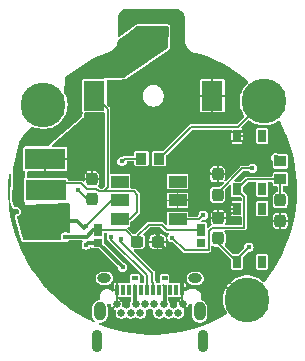
<source format=gtl>
%TF.GenerationSoftware,KiCad,Pcbnew,(7.0.0)*%
%TF.CreationDate,2023-10-08T10:20:03-07:00*%
%TF.ProjectId,Dot-LED,446f742d-4c45-4442-9e6b-696361645f70,rev?*%
%TF.SameCoordinates,Original*%
%TF.FileFunction,Copper,L1,Top*%
%TF.FilePolarity,Positive*%
%FSLAX46Y46*%
G04 Gerber Fmt 4.6, Leading zero omitted, Abs format (unit mm)*
G04 Created by KiCad (PCBNEW (7.0.0)) date 2023-10-08 10:20:03*
%MOMM*%
%LPD*%
G01*
G04 APERTURE LIST*
G04 Aperture macros list*
%AMRoundRect*
0 Rectangle with rounded corners*
0 $1 Rounding radius*
0 $2 $3 $4 $5 $6 $7 $8 $9 X,Y pos of 4 corners*
0 Add a 4 corners polygon primitive as box body*
4,1,4,$2,$3,$4,$5,$6,$7,$8,$9,$2,$3,0*
0 Add four circle primitives for the rounded corners*
1,1,$1+$1,$2,$3*
1,1,$1+$1,$4,$5*
1,1,$1+$1,$6,$7*
1,1,$1+$1,$8,$9*
0 Add four rect primitives between the rounded corners*
20,1,$1+$1,$2,$3,$4,$5,0*
20,1,$1+$1,$4,$5,$6,$7,0*
20,1,$1+$1,$6,$7,$8,$9,0*
20,1,$1+$1,$8,$9,$2,$3,0*%
G04 Aperture macros list end*
%TA.AperFunction,SMDPad,CuDef*%
%ADD10RoundRect,0.237500X0.237500X-0.300000X0.237500X0.300000X-0.237500X0.300000X-0.237500X-0.300000X0*%
%TD*%
%TA.AperFunction,SMDPad,CuDef*%
%ADD11R,0.700000X1.000000*%
%TD*%
%TA.AperFunction,ComponentPad*%
%ADD12C,3.790000*%
%TD*%
%TA.AperFunction,SMDPad,CuDef*%
%ADD13R,0.800000X1.050000*%
%TD*%
%TA.AperFunction,SMDPad,CuDef*%
%ADD14R,0.800000X0.650000*%
%TD*%
%TA.AperFunction,ComponentPad*%
%ADD15R,2.500000X1.800000*%
%TD*%
%TA.AperFunction,ComponentPad*%
%ADD16R,1.800000X2.500000*%
%TD*%
%TA.AperFunction,SMDPad,CuDef*%
%ADD17R,3.400000X1.800000*%
%TD*%
%TA.AperFunction,SMDPad,CuDef*%
%ADD18R,0.500000X0.400000*%
%TD*%
%TA.AperFunction,SMDPad,CuDef*%
%ADD19R,0.300000X0.900000*%
%TD*%
%TA.AperFunction,ComponentPad*%
%ADD20C,0.650000*%
%TD*%
%TA.AperFunction,ComponentPad*%
%ADD21O,0.900000X1.900000*%
%TD*%
%TA.AperFunction,ComponentPad*%
%ADD22O,1.000000X1.600000*%
%TD*%
%TA.AperFunction,ComponentPad*%
%ADD23O,1.150000X0.800000*%
%TD*%
%TA.AperFunction,SMDPad,CuDef*%
%ADD24R,0.900000X1.000000*%
%TD*%
%TA.AperFunction,SMDPad,CuDef*%
%ADD25R,1.000000X0.900000*%
%TD*%
%TA.AperFunction,SMDPad,CuDef*%
%ADD26RoundRect,0.237500X-0.237500X0.300000X-0.237500X-0.300000X0.237500X-0.300000X0.237500X0.300000X0*%
%TD*%
%TA.AperFunction,SMDPad,CuDef*%
%ADD27RoundRect,0.237500X0.300000X0.237500X-0.300000X0.237500X-0.300000X-0.237500X0.300000X-0.237500X0*%
%TD*%
%TA.AperFunction,SMDPad,CuDef*%
%ADD28R,1.500000X1.000000*%
%TD*%
%TA.AperFunction,ViaPad*%
%ADD29C,0.400000*%
%TD*%
%TA.AperFunction,Conductor*%
%ADD30C,0.150000*%
%TD*%
%TA.AperFunction,Conductor*%
%ADD31C,0.300000*%
%TD*%
%TA.AperFunction,Conductor*%
%ADD32C,0.200000*%
%TD*%
G04 APERTURE END LIST*
D10*
%TO.P,C12,1*%
%TO.N,3V3_VCC*%
X121850000Y-56562500D03*
%TO.P,C12,2*%
%TO.N,GND*%
X121850000Y-54837500D03*
%TD*%
D11*
%TO.P,S2,1,COM_1*%
%TO.N,unconnected-(S2-COM_1-Pad1)*%
X136274999Y-51199999D03*
%TO.P,S2,2,COM_2*%
%TO.N,unconnected-(S2-COM_2-Pad2)*%
X136274999Y-55699999D03*
%TO.P,S2,3,NO_1*%
%TO.N,GND*%
X134124999Y-51199999D03*
%TO.P,S2,4,NO_2*%
%TO.N,D9*%
X134124999Y-55699999D03*
%TD*%
D12*
%TO.P,RX1,1*%
%TO.N,RX_D7*%
X136400000Y-48250000D03*
%TD*%
D10*
%TO.P,C13,1*%
%TO.N,3V3_VCC*%
X132500000Y-56162500D03*
%TO.P,C13,2*%
%TO.N,GND*%
X132500000Y-54437500D03*
%TD*%
%TO.P,C9,1*%
%TO.N,GND*%
X137800000Y-58362500D03*
%TO.P,C9,2*%
%TO.N,D9*%
X137800000Y-56637500D03*
%TD*%
D11*
%TO.P,S1,1,COM_1*%
%TO.N,unconnected-(S1-COM_1-Pad1)*%
X136274999Y-57349999D03*
%TO.P,S1,2,COM_2*%
%TO.N,unconnected-(S1-COM_2-Pad2)*%
X136274999Y-61849999D03*
%TO.P,S1,3,NO_1*%
%TO.N,GND*%
X134124999Y-57349999D03*
%TO.P,S1,4,NO_2*%
%TO.N,EN*%
X134124999Y-61849999D03*
%TD*%
D13*
%TO.P,D2,1*%
%TO.N,VIN*%
X122349999Y-59174999D03*
D14*
%TO.P,D2,2*%
%TO.N,5V*%
X122349999Y-60224999D03*
%TD*%
D15*
%TO.P,CON1,1,S*%
%TO.N,5V*%
X127049999Y-42799999D03*
D16*
%TO.P,CON1,2,T*%
%TO.N,D5_out*%
X122049999Y-47799999D03*
%TO.P,CON1,3,R*%
%TO.N,GND*%
X132049999Y-47799999D03*
%TD*%
D17*
%TO.P,GND1,1*%
%TO.N,GND*%
X117899999Y-53149999D03*
%TD*%
D18*
%TO.P,P1,*%
%TO.N,*%
X125499999Y-63249999D03*
X127999999Y-63249999D03*
D19*
%TO.P,P1,A1,GND*%
%TO.N,GND*%
X123999999Y-64229999D03*
%TO.P,P1,A2,TX1+*%
%TO.N,unconnected-(P1-TX1+-PadA2)*%
X124499999Y-64229999D03*
%TO.P,P1,A3,TX1-*%
%TO.N,unconnected-(P1-TX1--PadA3)*%
X124999999Y-64229999D03*
%TO.P,P1,A4,VBUS*%
%TO.N,5V*%
X125499999Y-64229999D03*
%TO.P,P1,A5,CC*%
%TO.N,unconnected-(P1-CC-PadA5)*%
X125999999Y-64229999D03*
%TO.P,P1,A6,D+*%
%TO.N,/ESP32C3_MCU/ESP_DP*%
X126499999Y-64229999D03*
%TO.P,P1,A7,D-*%
%TO.N,/ESP32C3_MCU/ESP_DN*%
X126999999Y-64229999D03*
%TO.P,P1,A8,SBU1*%
%TO.N,unconnected-(P1-SBU1-PadA8)*%
X127499999Y-64229999D03*
%TO.P,P1,A9,VBUS*%
%TO.N,5V*%
X127999999Y-64229999D03*
%TO.P,P1,A10,RX2-*%
%TO.N,unconnected-(P1-RX2--PadA10)*%
X128499999Y-64229999D03*
%TO.P,P1,A11,RX2+*%
%TO.N,unconnected-(P1-RX2+-PadA11)*%
X128999999Y-64229999D03*
%TO.P,P1,A12,GND*%
%TO.N,GND*%
X129499999Y-64229999D03*
D20*
%TO.P,P1,B1,GND*%
X129550000Y-65450000D03*
%TO.P,P1,B2,TX2+*%
%TO.N,unconnected-(P1-TX2+-PadB2)*%
X129150000Y-66150000D03*
%TO.P,P1,B3,TX2-*%
%TO.N,unconnected-(P1-TX2--PadB3)*%
X128350000Y-66150000D03*
%TO.P,P1,B4,VBUS*%
%TO.N,5V*%
X127950000Y-65450000D03*
%TO.P,P1,B5,VCONN*%
%TO.N,unconnected-(P1-VCONN-PadB5)*%
X127550000Y-66150000D03*
%TO.P,P1,B6*%
%TO.N,N/C*%
X127150000Y-65450000D03*
%TO.P,P1,B7*%
X126350000Y-65450000D03*
%TO.P,P1,B8,SBU2*%
%TO.N,unconnected-(P1-SBU2-PadB8)*%
X125950000Y-66150000D03*
%TO.P,P1,B9,VBUS*%
%TO.N,5V*%
X125550000Y-65450000D03*
%TO.P,P1,B10,RX1-*%
%TO.N,unconnected-(P1-RX1--PadB10)*%
X125150000Y-66150000D03*
%TO.P,P1,B11,RX1+*%
%TO.N,unconnected-(P1-RX1+-PadB11)*%
X124350000Y-66150000D03*
%TO.P,P1,B12,GND*%
%TO.N,GND*%
X123950000Y-65450000D03*
D21*
%TO.P,P1,SH*%
%TO.N,N/C*%
X122249999Y-68564999D03*
D22*
X122529999Y-66049999D03*
D23*
X122904999Y-63249999D03*
X130594999Y-63249999D03*
D22*
X130969999Y-66049999D03*
D21*
X131249999Y-68564999D03*
%TD*%
D12*
%TO.P,GND2,1*%
%TO.N,GND*%
X135000000Y-65050000D03*
%TD*%
D24*
%TO.P,R1,1*%
%TO.N,RX_D7*%
X127549999Y-53099999D03*
%TO.P,R1,2*%
%TO.N,Net-(U1-GPIO20{slash}U0RXD)*%
X126049999Y-53099999D03*
%TD*%
D17*
%TO.P,VCC1,1*%
%TO.N,5V*%
X117949999Y-58349999D03*
%TD*%
D25*
%TO.P,R2,1*%
%TO.N,D9*%
X137799999Y-54849999D03*
%TO.P,R2,2*%
%TO.N,3V3_VCC*%
X137799999Y-53349999D03*
%TD*%
D17*
%TO.P,Data1,1*%
%TO.N,D5_out*%
X117949999Y-55799999D03*
%TD*%
D26*
%TO.P,C8,1*%
%TO.N,GND*%
X132550000Y-58137500D03*
%TO.P,C8,2*%
%TO.N,EN*%
X132550000Y-59862500D03*
%TD*%
D27*
%TO.P,C17,1*%
%TO.N,GND*%
X127412500Y-60150000D03*
%TO.P,C17,2*%
%TO.N,VIN*%
X125687500Y-60150000D03*
%TD*%
D28*
%TO.P,D4,1,VCC*%
%TO.N,unconnected-(D4-VCC-Pad1)*%
X124199999Y-55049999D03*
%TO.P,D4,2,VDD*%
%TO.N,5V*%
X124199999Y-56649999D03*
%TO.P,D4,3,DOUT*%
%TO.N,D5_out*%
X124199999Y-58249999D03*
%TO.P,D4,4,DIN*%
%TO.N,D5*%
X129099999Y-58249999D03*
%TO.P,D4,5,GND*%
%TO.N,GND*%
X129099999Y-56649999D03*
%TO.P,D4,6,BIN*%
%TO.N,unconnected-(D4-BIN-Pad6)*%
X129099999Y-55049999D03*
%TD*%
D12*
%TO.P,TX1,1*%
%TO.N,TX_D6*%
X117750000Y-48550000D03*
%TD*%
D13*
%TO.P,D1,1*%
%TO.N,VIN*%
X131049999Y-59174999D03*
D14*
%TO.P,D1,2*%
%TO.N,/Buck_Boost/V_Bat*%
X131049999Y-60224999D03*
%TD*%
D29*
%TO.N,GND*%
X130475000Y-53000000D03*
X135250000Y-51375000D03*
X122150000Y-62050000D03*
X127150000Y-59274500D03*
X130396420Y-57675500D03*
X121000000Y-65300000D03*
X115465734Y-57584266D03*
X122125000Y-51375000D03*
%TO.N,3V3_VCC*%
X137400000Y-53012500D03*
X135437500Y-53925000D03*
X120650000Y-55750000D03*
%TO.N,EN*%
X135143094Y-60605755D03*
%TO.N,D9*%
X128650000Y-59800000D03*
%TO.N,VIN*%
X119600000Y-59749502D03*
%TO.N,D5*%
X131274502Y-57900000D03*
%TO.N,/ESP32C3_MCU/ESP_DP*%
X123496043Y-59749500D03*
%TO.N,/ESP32C3_MCU/ESP_DN*%
X124290164Y-59910542D03*
%TO.N,5V*%
X121375498Y-60400000D03*
X121350000Y-58850000D03*
X124450000Y-62300000D03*
%TO.N,Net-(U1-GPIO20{slash}U0RXD)*%
X124400000Y-53350000D03*
%TD*%
D30*
%TO.N,GND*%
X129148529Y-67000000D02*
X129750000Y-66398529D01*
X120162500Y-53150000D02*
X117900000Y-53150000D01*
X129500000Y-63850000D02*
X129450000Y-63800000D01*
X124000000Y-64230000D02*
X124000000Y-63215406D01*
X129500000Y-65400000D02*
X129500000Y-64230000D01*
X130746920Y-57325000D02*
X131737500Y-57325000D01*
X121850000Y-54837500D02*
X120162500Y-53150000D01*
X124000000Y-63215406D02*
X122834594Y-62050000D01*
X129750000Y-65650000D02*
X129550000Y-65450000D01*
X123950000Y-64280000D02*
X124000000Y-64230000D01*
X131062500Y-56650000D02*
X132550000Y-58137500D01*
X122834594Y-62050000D02*
X122150000Y-62050000D01*
X133337500Y-57350000D02*
X132550000Y-58137500D01*
X117900000Y-53150000D02*
X120350000Y-53150000D01*
X132500000Y-54437500D02*
X131912500Y-54437500D01*
X129100000Y-56650000D02*
X131062500Y-56650000D01*
D31*
X129500000Y-62237500D02*
X127412500Y-60150000D01*
D30*
X129500000Y-64230000D02*
X129630000Y-64100000D01*
D31*
X127150000Y-59274500D02*
X127412500Y-59537000D01*
D30*
X123950000Y-65450000D02*
X123950000Y-64280000D01*
X133551266Y-64100000D02*
X134501266Y-65050000D01*
X123625000Y-66475000D02*
X124150000Y-67000000D01*
X134125000Y-51200000D02*
X135075000Y-51200000D01*
X130396420Y-57675500D02*
X130746920Y-57325000D01*
X134125000Y-57350000D02*
X133337500Y-57350000D01*
X129750000Y-66398529D02*
X129750000Y-65650000D01*
X120350000Y-53150000D02*
X122125000Y-51375000D01*
X131737500Y-57325000D02*
X132550000Y-58137500D01*
X134501266Y-65050000D02*
X134800645Y-64805699D01*
D31*
X129500000Y-64230000D02*
X129500000Y-62237500D01*
D30*
X123950000Y-65450000D02*
X123625000Y-65775000D01*
X124150000Y-67000000D02*
X129148529Y-67000000D01*
X129550000Y-65450000D02*
X129500000Y-65400000D01*
X127412500Y-60150000D02*
X127620000Y-60150000D01*
D31*
X127412500Y-59537000D02*
X127412500Y-60150000D01*
D30*
X131912500Y-54437500D02*
X130475000Y-53000000D01*
X135075000Y-51200000D02*
X135250000Y-51375000D01*
X129630000Y-64100000D02*
X133551266Y-64100000D01*
X123625000Y-65775000D02*
X123625000Y-66475000D01*
%TO.N,3V3_VCC*%
X121462500Y-56562500D02*
X121850000Y-56562500D01*
X132500000Y-56025000D02*
X134600000Y-53925000D01*
X120650000Y-55750000D02*
X121462500Y-56562500D01*
D31*
X137737500Y-53350000D02*
X137400000Y-53012500D01*
X137800000Y-53350000D02*
X137737500Y-53350000D01*
D30*
X134600000Y-53925000D02*
X135437500Y-53925000D01*
X132500000Y-56162500D02*
X132500000Y-56025000D01*
%TO.N,EN*%
X132550000Y-60275000D02*
X134125000Y-61850000D01*
X134125000Y-61850000D02*
X134125000Y-61623849D01*
X134125000Y-61623849D02*
X135143094Y-60605755D01*
X132550000Y-59862500D02*
X132550000Y-60275000D01*
%TO.N,D9*%
X128650000Y-59800000D02*
X129700000Y-60850000D01*
X131700000Y-60850000D02*
X131725000Y-60825000D01*
X131725000Y-59275000D02*
X132050000Y-58950000D01*
X137800000Y-54850000D02*
X134975000Y-54850000D01*
X134750000Y-56325000D02*
X134125000Y-55700000D01*
X134750000Y-58950000D02*
X134750000Y-56325000D01*
X137800000Y-54850000D02*
X137800000Y-56637500D01*
X131725000Y-60825000D02*
X131725000Y-59275000D01*
X134975000Y-54850000D02*
X134125000Y-55700000D01*
X129700000Y-60850000D02*
X131700000Y-60850000D01*
X132050000Y-58950000D02*
X134750000Y-58950000D01*
%TO.N,VIN*%
X124712500Y-59175000D02*
X125687500Y-60150000D01*
D31*
X121975000Y-59175000D02*
X122350000Y-59175000D01*
D30*
X125687500Y-60150000D02*
X125687500Y-59662500D01*
X126650000Y-58700000D02*
X127750000Y-58700000D01*
D31*
X121425000Y-59725000D02*
X121975000Y-59175000D01*
D30*
X127750000Y-58700000D02*
X128225000Y-59175000D01*
D31*
X119600000Y-59749502D02*
X119624502Y-59725000D01*
D30*
X125687500Y-59662500D02*
X126650000Y-58700000D01*
X122350000Y-59175000D02*
X124712500Y-59175000D01*
D31*
X119624502Y-59725000D02*
X121425000Y-59725000D01*
D30*
X128225000Y-59175000D02*
X131050000Y-59175000D01*
%TO.N,D5*%
X131274502Y-57900000D02*
X130924502Y-58250000D01*
X130924502Y-58250000D02*
X129100000Y-58250000D01*
D32*
%TO.N,/ESP32C3_MCU/ESP_DP*%
X126525000Y-63529999D02*
X126500000Y-63554999D01*
X123496043Y-59964243D02*
X126525000Y-62993200D01*
X126500000Y-63554999D02*
X126500000Y-64230000D01*
X123496043Y-59749500D02*
X123496043Y-59964243D01*
X126525000Y-62993200D02*
X126525000Y-63529999D01*
%TO.N,/ESP32C3_MCU/ESP_DN*%
X127000000Y-63554999D02*
X127000000Y-64230000D01*
X126975000Y-62806800D02*
X126975000Y-63529999D01*
X126975000Y-63529999D02*
X127000000Y-63554999D01*
X124219100Y-60050900D02*
X126975000Y-62806800D01*
D30*
%TO.N,RX_D7*%
X134199855Y-50425000D02*
X136284154Y-48340701D01*
X130225000Y-50425000D02*
X134199855Y-50425000D01*
X127550000Y-53100000D02*
X130225000Y-50425000D01*
%TO.N,5V*%
X125450000Y-63800000D02*
X125500000Y-63850000D01*
D31*
X115850000Y-51900000D02*
X115850000Y-53250000D01*
X117950000Y-58350000D02*
X120550000Y-58350000D01*
D30*
X123550000Y-56650000D02*
X121350000Y-58850000D01*
D31*
X115500000Y-56700000D02*
X117150000Y-58350000D01*
X115500000Y-53600000D02*
X115500000Y-56700000D01*
X121550498Y-60225000D02*
X121375498Y-60400000D01*
D30*
X127950000Y-63800000D02*
X127900000Y-63850000D01*
D31*
X122350000Y-60225000D02*
X121550498Y-60225000D01*
X117600000Y-51900000D02*
X115850000Y-51900000D01*
X124450000Y-45400000D02*
X121392990Y-45400000D01*
X124450000Y-62300000D02*
X122375000Y-60225000D01*
X128000000Y-64230000D02*
X128000000Y-65400000D01*
X120550000Y-58350000D02*
X121200000Y-59000000D01*
X125500000Y-64230000D02*
X125500000Y-65400000D01*
X127050000Y-42800000D02*
X124450000Y-45400000D01*
D30*
X124200000Y-56650000D02*
X123550000Y-56650000D01*
D31*
X121392990Y-45400000D02*
X119995000Y-46797990D01*
X119995000Y-46797990D02*
X119995000Y-49505000D01*
D30*
X122375000Y-60225000D02*
X122350000Y-60225000D01*
X121350000Y-58850000D02*
X121200000Y-59000000D01*
D31*
X125500000Y-65400000D02*
X125550000Y-65450000D01*
X128000000Y-65400000D02*
X127950000Y-65450000D01*
X119995000Y-49505000D02*
X117600000Y-51900000D01*
X115850000Y-53250000D02*
X115500000Y-53600000D01*
X117150000Y-58350000D02*
X117950000Y-58350000D01*
D30*
%TO.N,D5_out*%
X125425000Y-55875000D02*
X125700000Y-56150000D01*
X120950216Y-55200000D02*
X121400216Y-55650000D01*
X118550000Y-55200000D02*
X120950216Y-55200000D01*
X122850000Y-55875000D02*
X123175000Y-55550000D01*
X123175000Y-55550000D02*
X123175000Y-48925000D01*
X123175000Y-48925000D02*
X122050000Y-47800000D01*
X125050000Y-58250000D02*
X124200000Y-58250000D01*
X121400216Y-55650000D02*
X122199784Y-55650000D01*
X122199784Y-55650000D02*
X122424784Y-55875000D01*
X122424784Y-55875000D02*
X122700000Y-55875000D01*
X122424784Y-55875000D02*
X122850000Y-55875000D01*
X117950000Y-55800000D02*
X118550000Y-55200000D01*
X122700000Y-55875000D02*
X125425000Y-55875000D01*
X125700000Y-57600000D02*
X125050000Y-58250000D01*
X125700000Y-56150000D02*
X125700000Y-57600000D01*
%TO.N,Net-(U1-GPIO20{slash}U0RXD)*%
X124400000Y-53350000D02*
X124650000Y-53100000D01*
X124650000Y-53100000D02*
X126050000Y-53100000D01*
%TD*%
%TA.AperFunction,Conductor*%
%TO.N,5V*%
G36*
X128311549Y-41910250D02*
G01*
X128338715Y-41938160D01*
X128347946Y-41975999D01*
X128301019Y-43712273D01*
X128292035Y-43745663D01*
X128268863Y-43771326D01*
X124667500Y-46238013D01*
X124628807Y-46250895D01*
X121109371Y-46399604D01*
X121109370Y-46399604D01*
X121100000Y-46400000D01*
X121099961Y-46402455D01*
X121096800Y-46403414D01*
X121090783Y-46407493D01*
X121091278Y-46408233D01*
X121047556Y-46437446D01*
X121047553Y-46437448D01*
X121041496Y-46441496D01*
X121037448Y-46447553D01*
X121037446Y-46447556D01*
X121015492Y-46480414D01*
X121008233Y-46491278D01*
X121006811Y-46498421D01*
X121006811Y-46498424D01*
X121000210Y-46531610D01*
X120999500Y-46535180D01*
X120999500Y-49064820D01*
X121008233Y-49108722D01*
X121012281Y-49114780D01*
X121041496Y-49158504D01*
X121040630Y-49159082D01*
X121050116Y-49173400D01*
X121055517Y-49202349D01*
X121050526Y-49516803D01*
X121043562Y-49546988D01*
X121024853Y-49571677D01*
X118170824Y-52032048D01*
X118148278Y-52045367D01*
X118122506Y-52050000D01*
X116200000Y-52050000D01*
X116200000Y-52056665D01*
X116180599Y-52089033D01*
X116154503Y-52102438D01*
X116155159Y-52104022D01*
X116148424Y-52106811D01*
X116141278Y-52108233D01*
X116135220Y-52112280D01*
X116135219Y-52112281D01*
X116097556Y-52137446D01*
X116097553Y-52137448D01*
X116091496Y-52141496D01*
X116087448Y-52147553D01*
X116087446Y-52147556D01*
X116062281Y-52185219D01*
X116058233Y-52191278D01*
X116056811Y-52198421D01*
X116056811Y-52198424D01*
X116050210Y-52231610D01*
X116049500Y-52235180D01*
X116049500Y-54064820D01*
X116058233Y-54108722D01*
X116091496Y-54158504D01*
X116141278Y-54191767D01*
X116148425Y-54193188D01*
X116154319Y-54195630D01*
X116187529Y-54222885D01*
X116200000Y-54263997D01*
X116200000Y-54712851D01*
X116191262Y-54747734D01*
X116167112Y-54774380D01*
X116147556Y-54787446D01*
X116147553Y-54787448D01*
X116141496Y-54791496D01*
X116137448Y-54797553D01*
X116137446Y-54797556D01*
X116112281Y-54835219D01*
X116108233Y-54841278D01*
X116106811Y-54848421D01*
X116106811Y-54848424D01*
X116100210Y-54881610D01*
X116099500Y-54885180D01*
X116099500Y-56714820D01*
X116108233Y-56758722D01*
X116141496Y-56808504D01*
X116147556Y-56812553D01*
X116167112Y-56825620D01*
X116191262Y-56852266D01*
X116200000Y-56887149D01*
X116200000Y-57000000D01*
X119922838Y-56902030D01*
X119960995Y-56911470D01*
X119988936Y-56939120D01*
X119998774Y-56977178D01*
X119961085Y-59351674D01*
X119950785Y-59388176D01*
X119923754Y-59414781D01*
X119887094Y-59424500D01*
X119862089Y-59424500D01*
X119828494Y-59416434D01*
X119730497Y-59366502D01*
X119725304Y-59363856D01*
X119719550Y-59362944D01*
X119719548Y-59362944D01*
X119605752Y-59344921D01*
X119600000Y-59344010D01*
X119594248Y-59344921D01*
X119480451Y-59362944D01*
X119480447Y-59362944D01*
X119474696Y-59363856D01*
X119469504Y-59366501D01*
X119469502Y-59366502D01*
X119366850Y-59418806D01*
X119366847Y-59418807D01*
X119361658Y-59421452D01*
X119357541Y-59425568D01*
X119357538Y-59425571D01*
X119276069Y-59507040D01*
X119276066Y-59507043D01*
X119271950Y-59511160D01*
X119269305Y-59516349D01*
X119269304Y-59516352D01*
X119217000Y-59619004D01*
X119214354Y-59624198D01*
X119213442Y-59629949D01*
X119213442Y-59629953D01*
X119206751Y-59672200D01*
X119194508Y-59749502D01*
X119195419Y-59755254D01*
X119201097Y-59791107D01*
X119214354Y-59874806D01*
X119243814Y-59932624D01*
X119250197Y-59981910D01*
X119223963Y-60024119D01*
X119176943Y-60040213D01*
X116055778Y-60000706D01*
X116011426Y-59985235D01*
X115985323Y-59946184D01*
X115474051Y-58071520D01*
X115474614Y-58030629D01*
X115496813Y-57996278D01*
X115533867Y-57978966D01*
X115591038Y-57969912D01*
X115704076Y-57912316D01*
X115793784Y-57822608D01*
X115851380Y-57709570D01*
X115871226Y-57584266D01*
X115851380Y-57458962D01*
X115793784Y-57345924D01*
X115704076Y-57256216D01*
X115591038Y-57198620D01*
X115585284Y-57197708D01*
X115585282Y-57197708D01*
X115471486Y-57179685D01*
X115465734Y-57178774D01*
X115459982Y-57179685D01*
X115346183Y-57197708D01*
X115346178Y-57197709D01*
X115340430Y-57198620D01*
X115335243Y-57201262D01*
X115335233Y-57201266D01*
X115329775Y-57204047D01*
X115287272Y-57211570D01*
X115247803Y-57194100D01*
X115224794Y-57157581D01*
X115102784Y-56710207D01*
X115100189Y-56689415D01*
X115133064Y-54848424D01*
X115149860Y-53907821D01*
X115151771Y-53892383D01*
X115647471Y-51760871D01*
X115655624Y-51740357D01*
X115994027Y-51160238D01*
X116008870Y-51142143D01*
X116820720Y-50423075D01*
X116858169Y-50405391D01*
X116899261Y-50410602D01*
X117061077Y-50480889D01*
X117061081Y-50480890D01*
X117063403Y-50481899D01*
X117065831Y-50482579D01*
X117065833Y-50482580D01*
X117155195Y-50507618D01*
X117332858Y-50557397D01*
X117610084Y-50595500D01*
X117887383Y-50595500D01*
X117889916Y-50595500D01*
X118167142Y-50557397D01*
X118436597Y-50481899D01*
X118693262Y-50370413D01*
X118932356Y-50225017D01*
X119149425Y-50048418D01*
X119340425Y-49843907D01*
X119501799Y-49615293D01*
X119630540Y-49366834D01*
X119724250Y-49103159D01*
X119781184Y-48829180D01*
X119800280Y-48550000D01*
X119781184Y-48270820D01*
X119724250Y-47996841D01*
X119630540Y-47733166D01*
X119523793Y-47527153D01*
X119515526Y-47491053D01*
X119542177Y-46531610D01*
X119548955Y-46287607D01*
X119557919Y-46254307D01*
X119581001Y-46228686D01*
X121827950Y-44683909D01*
X121840165Y-44677116D01*
X122409081Y-44427979D01*
X122412950Y-44426413D01*
X123061859Y-44185170D01*
X123063775Y-44184490D01*
X123076971Y-44180006D01*
X123089761Y-44176896D01*
X123108356Y-44174100D01*
X123291217Y-44116158D01*
X123462683Y-44030168D01*
X123618486Y-43918272D01*
X123754744Y-43783258D01*
X123868062Y-43628487D01*
X123955619Y-43457815D01*
X124015234Y-43275493D01*
X124039633Y-43122383D01*
X124049717Y-43095202D01*
X124069470Y-43073980D01*
X124810116Y-42540715D01*
X125680632Y-41913946D01*
X125723870Y-41900000D01*
X128273973Y-41900000D01*
X128311549Y-41910250D01*
G37*
%TD.AperFunction*%
%TD*%
%TA.AperFunction,Conductor*%
%TO.N,GND*%
G36*
X124913014Y-40439970D02*
G01*
X124915700Y-40440590D01*
X124924933Y-40440611D01*
X124932104Y-40440977D01*
X124958509Y-40443618D01*
X124965494Y-40441509D01*
X124969899Y-40441082D01*
X124977210Y-40440736D01*
X129024331Y-40450439D01*
X129039842Y-40452121D01*
X129162199Y-40478670D01*
X129174953Y-40482672D01*
X129298026Y-40533928D01*
X129309849Y-40540160D01*
X129421674Y-40612719D01*
X129432189Y-40620982D01*
X129529129Y-40712483D01*
X129537984Y-40722503D01*
X129616879Y-40829961D01*
X129623787Y-40841411D01*
X129682049Y-40961303D01*
X129686784Y-40973810D01*
X129722520Y-41102238D01*
X129724926Y-41115392D01*
X129736086Y-41238467D01*
X129736386Y-41245623D01*
X129725402Y-42964143D01*
X129725373Y-42964423D01*
X129725145Y-42964978D01*
X129725145Y-42966685D01*
X129725145Y-42966686D01*
X129725145Y-43004274D01*
X129725144Y-43004676D01*
X129721840Y-43004667D01*
X129721849Y-43004868D01*
X129725063Y-43004866D01*
X129725071Y-43015538D01*
X129725070Y-43016055D01*
X129725007Y-43026153D01*
X129723467Y-43026143D01*
X129723408Y-43026498D01*
X129725082Y-43026497D01*
X129725153Y-43105777D01*
X129725664Y-43108810D01*
X129725665Y-43108815D01*
X129758204Y-43301739D01*
X129758206Y-43301749D01*
X129758721Y-43304799D01*
X129759738Y-43307728D01*
X129818324Y-43476489D01*
X129824914Y-43495470D01*
X129921887Y-43672481D01*
X130046943Y-43830905D01*
X130196598Y-43966330D01*
X130366687Y-44074988D01*
X130552475Y-44153852D01*
X130748790Y-44200728D01*
X130950166Y-44214311D01*
X130953229Y-44214007D01*
X130953236Y-44214007D01*
X130987033Y-44210654D01*
X131020293Y-44214993D01*
X131614903Y-44437715D01*
X131618777Y-44439293D01*
X131745202Y-44495027D01*
X132251228Y-44718108D01*
X132255025Y-44719912D01*
X132870627Y-45034199D01*
X132874316Y-45036217D01*
X133471063Y-45384953D01*
X133474631Y-45387177D01*
X134050585Y-45769226D01*
X134054017Y-45771645D01*
X134549377Y-46142403D01*
X134607386Y-46185820D01*
X134610673Y-46188429D01*
X134640938Y-46213887D01*
X135074247Y-46578372D01*
X135097626Y-46614195D01*
X135097276Y-46656970D01*
X135073313Y-46692404D01*
X135002531Y-46749990D01*
X135002525Y-46749995D01*
X135000575Y-46751582D01*
X134998859Y-46753418D01*
X134998855Y-46753423D01*
X134811300Y-46954245D01*
X134811293Y-46954252D01*
X134809575Y-46956093D01*
X134808120Y-46958152D01*
X134808116Y-46958159D01*
X134671679Y-47151446D01*
X134648201Y-47184707D01*
X134647048Y-47186931D01*
X134647042Y-47186942D01*
X134520620Y-47430926D01*
X134520616Y-47430934D01*
X134519460Y-47433166D01*
X134518615Y-47435542D01*
X134518613Y-47435548D01*
X134426599Y-47694449D01*
X134426594Y-47694463D01*
X134425750Y-47696841D01*
X134425236Y-47699309D01*
X134425233Y-47699324D01*
X134369330Y-47968342D01*
X134369328Y-47968355D01*
X134368816Y-47970820D01*
X134368643Y-47973342D01*
X134368643Y-47973346D01*
X134361119Y-48083347D01*
X134349720Y-48250000D01*
X134349893Y-48252529D01*
X134366884Y-48500943D01*
X134368816Y-48529180D01*
X134369328Y-48531646D01*
X134369330Y-48531657D01*
X134425233Y-48800675D01*
X134425236Y-48800686D01*
X134425750Y-48803159D01*
X134426596Y-48805539D01*
X134426599Y-48805550D01*
X134518613Y-49064451D01*
X134519460Y-49066834D01*
X134520619Y-49069071D01*
X134520620Y-49069073D01*
X134627063Y-49274500D01*
X134648201Y-49315293D01*
X134649654Y-49317351D01*
X134649655Y-49317353D01*
X134753959Y-49465119D01*
X134766694Y-49496883D01*
X134763776Y-49530980D01*
X134745829Y-49560119D01*
X134128124Y-50177826D01*
X134104117Y-50193867D01*
X134075798Y-50199500D01*
X130232849Y-50199500D01*
X130228977Y-50199399D01*
X130196699Y-50197707D01*
X130196695Y-50197707D01*
X130188936Y-50197301D01*
X130181682Y-50200085D01*
X130181671Y-50200087D01*
X130166192Y-50206029D01*
X130155066Y-50209325D01*
X130138842Y-50212774D01*
X130138836Y-50212776D01*
X130131232Y-50214393D01*
X130124942Y-50218962D01*
X130124939Y-50218964D01*
X130124350Y-50219393D01*
X130107377Y-50228608D01*
X130106701Y-50228867D01*
X130106698Y-50228868D01*
X130099440Y-50231655D01*
X130093941Y-50237153D01*
X130093939Y-50237155D01*
X130082209Y-50248884D01*
X130073386Y-50256419D01*
X130053677Y-50270740D01*
X130049791Y-50277468D01*
X130049787Y-50277474D01*
X130049421Y-50278110D01*
X130037666Y-50293427D01*
X127903269Y-52427826D01*
X127879262Y-52443867D01*
X127850943Y-52449500D01*
X127085180Y-52449500D01*
X127081611Y-52450209D01*
X127081610Y-52450210D01*
X127048424Y-52456811D01*
X127048421Y-52456811D01*
X127041278Y-52458233D01*
X127035220Y-52462280D01*
X127035219Y-52462281D01*
X126997556Y-52487446D01*
X126997553Y-52487448D01*
X126991496Y-52491496D01*
X126987448Y-52497553D01*
X126987446Y-52497556D01*
X126962281Y-52535219D01*
X126958233Y-52541278D01*
X126956811Y-52548421D01*
X126956811Y-52548424D01*
X126950210Y-52581610D01*
X126949500Y-52585180D01*
X126949500Y-53614820D01*
X126958233Y-53658722D01*
X126991496Y-53708504D01*
X127041278Y-53741767D01*
X127085180Y-53750500D01*
X128011180Y-53750500D01*
X128014820Y-53750500D01*
X128058722Y-53741767D01*
X128108504Y-53708504D01*
X128141767Y-53658722D01*
X128150500Y-53614820D01*
X128150500Y-53012500D01*
X136994508Y-53012500D01*
X136995419Y-53018252D01*
X137012240Y-53124461D01*
X137014354Y-53137804D01*
X137071950Y-53250842D01*
X137076069Y-53254961D01*
X137127826Y-53306718D01*
X137143867Y-53330725D01*
X137149500Y-53359044D01*
X137149500Y-53814820D01*
X137158233Y-53858722D01*
X137162281Y-53864780D01*
X137178275Y-53888718D01*
X137191496Y-53908504D01*
X137241278Y-53941767D01*
X137285180Y-53950500D01*
X138311180Y-53950500D01*
X138314820Y-53950500D01*
X138358722Y-53941767D01*
X138408504Y-53908504D01*
X138441767Y-53858722D01*
X138450500Y-53814820D01*
X138450500Y-52885180D01*
X138441767Y-52841278D01*
X138408504Y-52791496D01*
X138358722Y-52758233D01*
X138351576Y-52756811D01*
X138351575Y-52756811D01*
X138318389Y-52750210D01*
X138314820Y-52749500D01*
X138311180Y-52749500D01*
X137734044Y-52749500D01*
X137705725Y-52743867D01*
X137681718Y-52727826D01*
X137642461Y-52688569D01*
X137642461Y-52688568D01*
X137638342Y-52684450D01*
X137525304Y-52626854D01*
X137519550Y-52625942D01*
X137519548Y-52625942D01*
X137405752Y-52607919D01*
X137400000Y-52607008D01*
X137394248Y-52607919D01*
X137280451Y-52625942D01*
X137280447Y-52625942D01*
X137274696Y-52626854D01*
X137269504Y-52629499D01*
X137269502Y-52629500D01*
X137166850Y-52681804D01*
X137166847Y-52681805D01*
X137161658Y-52684450D01*
X137157541Y-52688566D01*
X137157538Y-52688569D01*
X137076069Y-52770038D01*
X137076066Y-52770041D01*
X137071950Y-52774158D01*
X137069305Y-52779347D01*
X137069304Y-52779350D01*
X137017496Y-52881029D01*
X137014354Y-52887196D01*
X137013442Y-52892947D01*
X137013442Y-52892951D01*
X137004381Y-52950164D01*
X136994508Y-53012500D01*
X128150500Y-53012500D01*
X128150500Y-52849058D01*
X128156133Y-52820739D01*
X128172174Y-52796732D01*
X129186648Y-51782257D01*
X133653829Y-51782257D01*
X133656390Y-51792482D01*
X133662806Y-51802083D01*
X133672916Y-51812193D01*
X133710414Y-51837248D01*
X133723619Y-51842718D01*
X133756655Y-51849289D01*
X133763864Y-51849999D01*
X134486132Y-51849999D01*
X134493347Y-51849288D01*
X134526377Y-51842718D01*
X134539586Y-51837247D01*
X134577083Y-51812193D01*
X134587192Y-51802084D01*
X134593607Y-51792482D01*
X134596169Y-51782257D01*
X134591661Y-51772727D01*
X134533754Y-51714820D01*
X135774500Y-51714820D01*
X135783233Y-51758722D01*
X135793603Y-51774242D01*
X135812205Y-51802083D01*
X135816496Y-51808504D01*
X135866278Y-51841767D01*
X135910180Y-51850500D01*
X136636180Y-51850500D01*
X136639820Y-51850500D01*
X136683722Y-51841767D01*
X136733504Y-51808504D01*
X136766767Y-51758722D01*
X136775500Y-51714820D01*
X136775500Y-50685180D01*
X136766767Y-50641278D01*
X136733504Y-50591496D01*
X136683722Y-50558233D01*
X136676576Y-50556811D01*
X136676575Y-50556811D01*
X136643389Y-50550210D01*
X136639820Y-50549500D01*
X135910180Y-50549500D01*
X135906611Y-50550209D01*
X135906610Y-50550210D01*
X135873424Y-50556811D01*
X135873421Y-50556811D01*
X135866278Y-50558233D01*
X135860220Y-50562280D01*
X135860219Y-50562281D01*
X135822556Y-50587446D01*
X135822553Y-50587448D01*
X135816496Y-50591496D01*
X135812448Y-50597553D01*
X135812446Y-50597556D01*
X135787281Y-50635219D01*
X135783233Y-50641278D01*
X135781811Y-50648421D01*
X135781811Y-50648424D01*
X135780278Y-50656133D01*
X135774500Y-50685180D01*
X135774500Y-51714820D01*
X134533754Y-51714820D01*
X134131887Y-51312953D01*
X134125000Y-51308976D01*
X134118112Y-51312953D01*
X133658336Y-51772728D01*
X133653829Y-51782257D01*
X129186648Y-51782257D01*
X129385950Y-51582955D01*
X133625000Y-51582955D01*
X133626922Y-51589292D01*
X133632760Y-51586172D01*
X134012046Y-51206887D01*
X134016021Y-51200000D01*
X134233976Y-51200000D01*
X134237953Y-51206887D01*
X134617238Y-51586172D01*
X134623076Y-51589292D01*
X134624999Y-51582955D01*
X134624999Y-50817044D01*
X134623076Y-50810706D01*
X134617238Y-50813826D01*
X134237953Y-51193112D01*
X134233976Y-51200000D01*
X134016021Y-51200000D01*
X134016022Y-51199999D01*
X134012046Y-51193112D01*
X133632760Y-50813826D01*
X133626922Y-50810706D01*
X133625000Y-50817044D01*
X133625000Y-51582955D01*
X129385950Y-51582955D01*
X130296731Y-50672174D01*
X130320738Y-50656133D01*
X130349057Y-50650500D01*
X133650914Y-50650500D01*
X133679233Y-50656133D01*
X133703240Y-50672174D01*
X134118112Y-51087046D01*
X134124999Y-51091022D01*
X134131887Y-51087046D01*
X134591662Y-50627270D01*
X134596169Y-50617741D01*
X134593608Y-50607516D01*
X134587193Y-50597916D01*
X134577083Y-50587806D01*
X134539585Y-50562750D01*
X134529770Y-50558685D01*
X134494004Y-50527318D01*
X134484724Y-50480659D01*
X134505763Y-50437996D01*
X135060749Y-49883010D01*
X135091491Y-49864555D01*
X135127303Y-49862719D01*
X135159771Y-49877933D01*
X135217644Y-49925017D01*
X135456738Y-50070413D01*
X135713403Y-50181899D01*
X135715831Y-50182579D01*
X135715833Y-50182580D01*
X135799524Y-50206029D01*
X135982858Y-50257397D01*
X136260084Y-50295500D01*
X136537383Y-50295500D01*
X136539916Y-50295500D01*
X136817142Y-50257397D01*
X137086597Y-50181899D01*
X137343262Y-50070413D01*
X137582356Y-49925017D01*
X137629676Y-49886518D01*
X137669751Y-49870220D01*
X137712094Y-49879115D01*
X137742225Y-49910167D01*
X138044560Y-50499970D01*
X138046370Y-50503763D01*
X138313494Y-51107021D01*
X138326212Y-51135741D01*
X138327801Y-51139622D01*
X138353122Y-51206887D01*
X138571315Y-51786516D01*
X138572683Y-51790491D01*
X138779049Y-52450124D01*
X138780190Y-52454171D01*
X138948760Y-53124461D01*
X138949670Y-53128566D01*
X139079905Y-53807385D01*
X139080579Y-53811535D01*
X139172047Y-54496617D01*
X139172485Y-54500799D01*
X139224896Y-55189979D01*
X139225096Y-55194178D01*
X139238283Y-55885248D01*
X139238243Y-55889453D01*
X139212159Y-56580123D01*
X139211881Y-56584318D01*
X139146614Y-57272389D01*
X139146099Y-57276562D01*
X139041854Y-57959847D01*
X139041102Y-57963983D01*
X138898222Y-58640228D01*
X138897236Y-58644316D01*
X138716179Y-59311352D01*
X138714963Y-59315376D01*
X138496316Y-59971053D01*
X138494873Y-59975003D01*
X138239334Y-60617216D01*
X138237669Y-60621076D01*
X137946083Y-61247709D01*
X137944202Y-61251470D01*
X137617478Y-61860565D01*
X137615386Y-61864212D01*
X137254601Y-62453760D01*
X137252305Y-62457282D01*
X136858627Y-63025377D01*
X136856135Y-63028763D01*
X136475289Y-63516628D01*
X136444246Y-63539878D01*
X136405706Y-63544233D01*
X136370257Y-63528496D01*
X136184024Y-63376984D01*
X136179905Y-63374077D01*
X135945187Y-63231343D01*
X135940721Y-63229028D01*
X135688741Y-63119577D01*
X135683998Y-63117892D01*
X135419469Y-63043774D01*
X135414540Y-63042750D01*
X135142389Y-63005344D01*
X135137349Y-63005000D01*
X134862651Y-63005000D01*
X134857610Y-63005344D01*
X134585459Y-63042750D01*
X134580530Y-63043774D01*
X134316001Y-63117892D01*
X134311258Y-63119577D01*
X134059278Y-63229028D01*
X134054812Y-63231343D01*
X133820086Y-63374082D01*
X133815978Y-63376982D01*
X133612885Y-63542210D01*
X133608194Y-63548936D01*
X133612173Y-63556107D01*
X134992241Y-64936175D01*
X135011687Y-64970479D01*
X135010753Y-65009900D01*
X134989706Y-65043245D01*
X134988225Y-65044592D01*
X134955321Y-65061895D01*
X134918156Y-65061015D01*
X134886108Y-65042174D01*
X133508940Y-63665006D01*
X133501953Y-63661025D01*
X133495106Y-63665242D01*
X133411688Y-63754561D01*
X133408504Y-63758475D01*
X133250083Y-63982907D01*
X133247470Y-63987203D01*
X133121080Y-64231126D01*
X133119073Y-64235748D01*
X133027081Y-64494584D01*
X133025715Y-64499459D01*
X132969827Y-64768410D01*
X132969140Y-64773414D01*
X132950394Y-65047471D01*
X132950394Y-65052529D01*
X132969140Y-65326585D01*
X132969827Y-65331589D01*
X133025715Y-65600540D01*
X133027081Y-65605415D01*
X133119073Y-65864251D01*
X133121080Y-65868873D01*
X133247470Y-66112796D01*
X133250083Y-66117092D01*
X133292588Y-66177309D01*
X133306015Y-66215824D01*
X133296996Y-66255602D01*
X133268270Y-66284559D01*
X132672845Y-66617769D01*
X132669119Y-66619717D01*
X132047779Y-66922448D01*
X132043948Y-66924182D01*
X131406406Y-67191138D01*
X131402484Y-67192651D01*
X130750809Y-67422970D01*
X130746806Y-67424258D01*
X130083099Y-67617193D01*
X130079030Y-67618251D01*
X129405457Y-67773174D01*
X129401335Y-67774000D01*
X128720024Y-67890424D01*
X128715861Y-67891014D01*
X128029056Y-67968552D01*
X128024866Y-67968905D01*
X127334752Y-68007313D01*
X127330549Y-68007427D01*
X126639373Y-68006578D01*
X126635170Y-68006453D01*
X125945167Y-67966351D01*
X125940979Y-67965988D01*
X125254369Y-67886762D01*
X125250207Y-67886162D01*
X124569181Y-67768064D01*
X124565061Y-67767228D01*
X123891872Y-67610649D01*
X123887805Y-67609581D01*
X123224564Y-67415013D01*
X123220565Y-67413715D01*
X122599930Y-67192651D01*
X122569457Y-67181796D01*
X122565544Y-67180276D01*
X122556372Y-67176409D01*
X122482573Y-67145293D01*
X122446448Y-67112705D01*
X122438366Y-67064727D01*
X122461822Y-67022101D01*
X122506676Y-67003253D01*
X122652860Y-66994056D01*
X122809171Y-66943268D01*
X122947940Y-66855202D01*
X123060448Y-66735393D01*
X123139627Y-66591368D01*
X123180500Y-66432177D01*
X123180500Y-65709075D01*
X123165071Y-65586942D01*
X123140472Y-65524812D01*
X123137230Y-65480673D01*
X123159760Y-65442578D01*
X123199999Y-65424154D01*
X123306792Y-65410664D01*
X123369629Y-65385784D01*
X123416768Y-65383315D01*
X123455811Y-65409849D01*
X123469360Y-65450108D01*
X123470115Y-65450000D01*
X123470705Y-65454105D01*
X123470868Y-65454589D01*
X123470868Y-65455237D01*
X123488800Y-65579958D01*
X123491753Y-65590014D01*
X123544095Y-65704629D01*
X123549761Y-65713445D01*
X123557352Y-65722205D01*
X123564141Y-65726683D01*
X123571231Y-65722701D01*
X123950000Y-65343934D01*
X124221320Y-65072612D01*
X124225258Y-65065191D01*
X124219832Y-65058776D01*
X124153800Y-65016340D01*
X124144276Y-65011990D01*
X124023371Y-64976490D01*
X124013003Y-64975000D01*
X123936196Y-64975000D01*
X123895893Y-64963062D01*
X123868594Y-64931098D01*
X123863107Y-64889424D01*
X123881204Y-64851484D01*
X123917044Y-64829521D01*
X123922941Y-64827940D01*
X123925000Y-64820257D01*
X123925000Y-64314743D01*
X123922940Y-64307059D01*
X123915257Y-64305000D01*
X123709744Y-64305000D01*
X123702058Y-64307059D01*
X123701242Y-64310108D01*
X123672840Y-64351124D01*
X123624859Y-64364791D01*
X123579108Y-64344898D01*
X123520582Y-64289938D01*
X123516506Y-64287697D01*
X123516503Y-64287695D01*
X123386168Y-64216043D01*
X123386162Y-64216040D01*
X123382092Y-64213803D01*
X123377587Y-64212646D01*
X123377584Y-64212645D01*
X123233525Y-64175657D01*
X123229019Y-64174500D01*
X123110650Y-64174500D01*
X123108357Y-64174789D01*
X123108351Y-64174790D01*
X122997822Y-64188753D01*
X122997820Y-64188753D01*
X122993208Y-64189336D01*
X122988884Y-64191047D01*
X122988880Y-64191049D01*
X122850599Y-64245799D01*
X122850597Y-64245799D01*
X122846268Y-64247514D01*
X122842506Y-64250246D01*
X122842499Y-64250251D01*
X122722180Y-64337668D01*
X122722174Y-64337672D01*
X122718413Y-64340406D01*
X122715447Y-64343990D01*
X122715444Y-64343994D01*
X122620645Y-64458587D01*
X122620642Y-64458591D01*
X122617676Y-64462177D01*
X122615695Y-64466384D01*
X122615692Y-64466391D01*
X122552366Y-64600964D01*
X122552363Y-64600971D01*
X122550386Y-64605174D01*
X122549514Y-64609742D01*
X122549514Y-64609744D01*
X122521645Y-64755836D01*
X122521644Y-64755843D01*
X122520773Y-64760412D01*
X122521065Y-64765056D01*
X122521065Y-64765059D01*
X122530403Y-64913493D01*
X122530404Y-64913499D01*
X122530696Y-64918138D01*
X122532134Y-64922563D01*
X122558540Y-65003832D01*
X122559004Y-65048088D01*
X122534127Y-65084693D01*
X122492809Y-65100554D01*
X122411786Y-65105651D01*
X122411780Y-65105652D01*
X122407140Y-65105944D01*
X122402712Y-65107382D01*
X122402710Y-65107383D01*
X122255258Y-65155292D01*
X122255251Y-65155295D01*
X122250829Y-65156732D01*
X122246901Y-65159224D01*
X122246896Y-65159227D01*
X122115991Y-65242303D01*
X122112060Y-65244798D01*
X122108876Y-65248188D01*
X122108873Y-65248191D01*
X122002735Y-65361216D01*
X122002730Y-65361222D01*
X121999552Y-65364607D01*
X121997313Y-65368679D01*
X121997312Y-65368681D01*
X121922613Y-65504556D01*
X121922610Y-65504561D01*
X121920373Y-65508632D01*
X121919217Y-65513133D01*
X121919215Y-65513139D01*
X121883239Y-65653259D01*
X121879500Y-65667823D01*
X121879500Y-66390925D01*
X121879791Y-66393231D01*
X121879792Y-66393241D01*
X121894245Y-66507645D01*
X121894929Y-66513058D01*
X121896641Y-66517383D01*
X121896643Y-66517389D01*
X121930855Y-66603797D01*
X121955432Y-66665871D01*
X121958167Y-66669635D01*
X121958169Y-66669639D01*
X122005942Y-66735393D01*
X122052037Y-66798837D01*
X122055625Y-66801805D01*
X122071067Y-66814580D01*
X122094376Y-66849041D01*
X122095408Y-66890631D01*
X122073838Y-66926206D01*
X122036482Y-66944520D01*
X121995149Y-66939785D01*
X121928662Y-66911753D01*
X121924836Y-66910010D01*
X121911761Y-66903600D01*
X121818131Y-66857696D01*
X121304242Y-66605754D01*
X121300521Y-66603797D01*
X120698190Y-66264776D01*
X120694586Y-66262610D01*
X120112504Y-65889941D01*
X120109029Y-65887575D01*
X119549032Y-65482434D01*
X119545696Y-65479873D01*
X119009624Y-65043590D01*
X119006440Y-65040845D01*
X118979752Y-65016479D01*
X118786912Y-64840414D01*
X118496004Y-64574812D01*
X118492981Y-64571890D01*
X118075951Y-64145257D01*
X123700000Y-64145257D01*
X123702059Y-64152940D01*
X123709743Y-64155000D01*
X123915257Y-64155000D01*
X123922940Y-64152940D01*
X123925000Y-64145257D01*
X123925000Y-63639744D01*
X123922940Y-63632060D01*
X123915257Y-63630001D01*
X123838867Y-63630001D01*
X123831652Y-63630711D01*
X123798622Y-63637281D01*
X123785413Y-63642752D01*
X123747916Y-63667806D01*
X123737806Y-63677916D01*
X123712751Y-63715414D01*
X123707281Y-63728619D01*
X123700710Y-63761655D01*
X123700000Y-63768865D01*
X123700000Y-64145257D01*
X118075951Y-64145257D01*
X118009839Y-64077623D01*
X118006987Y-64074534D01*
X117740409Y-63768865D01*
X117552698Y-63553627D01*
X117550044Y-63550404D01*
X117346176Y-63287921D01*
X122175619Y-63287921D01*
X122176648Y-63292875D01*
X122176649Y-63292882D01*
X122205377Y-63431127D01*
X122205378Y-63431131D01*
X122206408Y-63436085D01*
X122208735Y-63440577D01*
X122208737Y-63440581D01*
X122273698Y-63565949D01*
X122276029Y-63570447D01*
X122279482Y-63574144D01*
X122279484Y-63574147D01*
X122375865Y-63677345D01*
X122379320Y-63681044D01*
X122508618Y-63759672D01*
X122654335Y-63800500D01*
X123115125Y-63800500D01*
X123117658Y-63800500D01*
X123229920Y-63785070D01*
X123368720Y-63724780D01*
X123486108Y-63629278D01*
X123573377Y-63505647D01*
X123624054Y-63363056D01*
X123634381Y-63212079D01*
X123603592Y-63063915D01*
X123584517Y-63027103D01*
X123536301Y-62934050D01*
X123533971Y-62929553D01*
X123530516Y-62925854D01*
X123530515Y-62925852D01*
X123434134Y-62822654D01*
X123434132Y-62822653D01*
X123430680Y-62818956D01*
X123426354Y-62816325D01*
X123305706Y-62742957D01*
X123305703Y-62742955D01*
X123301382Y-62740328D01*
X123296510Y-62738963D01*
X123296508Y-62738962D01*
X123160539Y-62700865D01*
X123160534Y-62700864D01*
X123155665Y-62699500D01*
X122692342Y-62699500D01*
X122689844Y-62699843D01*
X122689834Y-62699844D01*
X122585091Y-62714241D01*
X122585089Y-62714241D01*
X122580080Y-62714930D01*
X122575442Y-62716944D01*
X122575440Y-62716945D01*
X122445920Y-62773204D01*
X122445916Y-62773205D01*
X122441280Y-62775220D01*
X122437359Y-62778409D01*
X122437354Y-62778413D01*
X122327818Y-62867527D01*
X122327814Y-62867531D01*
X122323892Y-62870722D01*
X122320976Y-62874852D01*
X122320974Y-62874855D01*
X122239540Y-62990219D01*
X122239536Y-62990224D01*
X122236623Y-62994353D01*
X122234929Y-62999118D01*
X122234927Y-62999123D01*
X122187641Y-63132174D01*
X122185946Y-63136944D01*
X122185600Y-63141989D01*
X122185600Y-63141994D01*
X122175964Y-63282864D01*
X122175964Y-63282870D01*
X122175619Y-63287921D01*
X117346176Y-63287921D01*
X117126057Y-63004514D01*
X117123574Y-63001122D01*
X116731295Y-62432065D01*
X116729007Y-62428536D01*
X116369668Y-61838095D01*
X116367586Y-61834443D01*
X116081755Y-61298424D01*
X116042378Y-61224581D01*
X116040509Y-61220824D01*
X116036559Y-61212281D01*
X115848130Y-60804722D01*
X115750443Y-60593433D01*
X115748788Y-60589568D01*
X115589475Y-60186306D01*
X115494831Y-59946737D01*
X115493400Y-59942789D01*
X115474346Y-59885180D01*
X115276361Y-59286566D01*
X115275157Y-59282544D01*
X115274381Y-59279657D01*
X115095740Y-58615065D01*
X115094767Y-58610984D01*
X114953544Y-57934368D01*
X114952809Y-57930273D01*
X114850238Y-57246693D01*
X114849738Y-57242562D01*
X114806131Y-56770508D01*
X114815433Y-56727225D01*
X114822053Y-56721038D01*
X114814352Y-56716111D01*
X114797339Y-56675336D01*
X114786160Y-56554311D01*
X114785892Y-56550116D01*
X114775064Y-56243406D01*
X114761504Y-55859358D01*
X114761476Y-55855162D01*
X114761567Y-55850943D01*
X114776361Y-55164117D01*
X114776568Y-55159973D01*
X114830676Y-54470878D01*
X114831123Y-54466713D01*
X114835104Y-54437446D01*
X114837704Y-54418325D01*
X114856384Y-54378401D01*
X114894454Y-54356180D01*
X114938405Y-54359550D01*
X114972642Y-54387314D01*
X114985017Y-54429621D01*
X114945013Y-56669849D01*
X114931394Y-56710806D01*
X114952012Y-56748598D01*
X114952207Y-56748553D01*
X114952372Y-56749259D01*
X114952405Y-56749318D01*
X114952503Y-56749816D01*
X114952515Y-56749868D01*
X114952763Y-56751121D01*
X114953100Y-56752359D01*
X114953103Y-56752369D01*
X115065589Y-57164820D01*
X115074773Y-57198495D01*
X115075876Y-57201004D01*
X115075879Y-57201012D01*
X115081933Y-57214780D01*
X115093230Y-57240474D01*
X115094692Y-57242794D01*
X115094695Y-57242800D01*
X115104590Y-57258504D01*
X115116239Y-57276993D01*
X115146132Y-57311758D01*
X115184864Y-57336294D01*
X115224333Y-57353764D01*
X115268539Y-57365938D01*
X115314374Y-57364690D01*
X115356877Y-57357167D01*
X115372087Y-57352072D01*
X115383984Y-57349159D01*
X115454161Y-57338045D01*
X115477307Y-57338045D01*
X115530813Y-57346519D01*
X115552829Y-57353673D01*
X115601092Y-57378264D01*
X115619823Y-57391873D01*
X115658125Y-57430175D01*
X115671734Y-57448906D01*
X115696325Y-57497169D01*
X115703479Y-57519187D01*
X115711953Y-57572688D01*
X115711953Y-57595842D01*
X115703479Y-57649343D01*
X115696325Y-57671361D01*
X115671734Y-57719624D01*
X115658125Y-57738355D01*
X115619823Y-57776657D01*
X115601092Y-57790266D01*
X115552829Y-57814857D01*
X115530813Y-57822011D01*
X115512100Y-57824975D01*
X115512097Y-57824975D01*
X115509544Y-57825380D01*
X115507076Y-57826135D01*
X115507065Y-57826138D01*
X115470514Y-57837328D01*
X115470511Y-57837328D01*
X115468045Y-57838084D01*
X115465720Y-57839170D01*
X115465705Y-57839176D01*
X115433330Y-57854302D01*
X115433316Y-57854309D01*
X115430991Y-57855396D01*
X115428830Y-57856802D01*
X115428826Y-57856805D01*
X115398971Y-57876240D01*
X115398967Y-57876243D01*
X115394622Y-57879072D01*
X115391230Y-57882988D01*
X115391225Y-57882993D01*
X115367901Y-57909925D01*
X115367892Y-57909936D01*
X115366211Y-57911878D01*
X115364811Y-57914044D01*
X115364806Y-57914051D01*
X115351663Y-57934389D01*
X115344012Y-57946229D01*
X115342927Y-57948570D01*
X115342919Y-57948586D01*
X115327953Y-57980901D01*
X115327951Y-57980905D01*
X115325775Y-57985605D01*
X115324981Y-57990727D01*
X115324981Y-57990728D01*
X115319526Y-58025920D01*
X115319524Y-58025933D01*
X115319129Y-58028488D01*
X115319093Y-58031081D01*
X115319093Y-58031085D01*
X115318601Y-58066786D01*
X115318601Y-58066796D01*
X115318566Y-58069379D01*
X115318891Y-58071943D01*
X115318892Y-58071953D01*
X115321779Y-58094701D01*
X115324030Y-58112435D01*
X115324710Y-58114931D01*
X115324711Y-58114932D01*
X115834515Y-59984216D01*
X115834517Y-59984224D01*
X115835302Y-59987099D01*
X115856045Y-60032598D01*
X115857703Y-60035079D01*
X115857704Y-60035080D01*
X115880491Y-60069171D01*
X115880494Y-60069176D01*
X115882148Y-60071649D01*
X115884176Y-60073823D01*
X115884181Y-60073829D01*
X115912174Y-60103834D01*
X115912176Y-60103835D01*
X115916259Y-60108212D01*
X115960210Y-60132059D01*
X116004562Y-60147530D01*
X116053810Y-60156194D01*
X119174975Y-60195701D01*
X119227299Y-60187334D01*
X119274319Y-60171240D01*
X119320799Y-60145787D01*
X119337357Y-60127184D01*
X119378937Y-60103663D01*
X119426225Y-60110450D01*
X119474696Y-60135148D01*
X119600000Y-60154994D01*
X119725304Y-60135148D01*
X119838342Y-60077552D01*
X119868720Y-60047173D01*
X119892727Y-60031133D01*
X119921046Y-60025500D01*
X121004954Y-60025500D01*
X121046066Y-60037971D01*
X121073321Y-60071181D01*
X121077532Y-60113937D01*
X121057280Y-60151826D01*
X121051567Y-60157538D01*
X121051564Y-60157541D01*
X121047448Y-60161658D01*
X121044803Y-60166847D01*
X121044802Y-60166850D01*
X121017561Y-60220314D01*
X120989852Y-60274696D01*
X120988940Y-60280447D01*
X120988940Y-60280451D01*
X120982170Y-60323196D01*
X120970006Y-60400000D01*
X120970917Y-60405752D01*
X120988074Y-60514082D01*
X120989852Y-60525304D01*
X121047448Y-60638342D01*
X121137156Y-60728050D01*
X121250194Y-60785646D01*
X121375498Y-60805492D01*
X121500802Y-60785646D01*
X121613840Y-60728050D01*
X121703548Y-60638342D01*
X121705794Y-60633932D01*
X121743360Y-60607009D01*
X121790008Y-60607923D01*
X121826837Y-60636565D01*
X121841496Y-60658504D01*
X121891278Y-60691767D01*
X121935180Y-60700500D01*
X122394877Y-60700500D01*
X122423196Y-60706133D01*
X122447203Y-60722174D01*
X124031171Y-62306142D01*
X124051934Y-62346891D01*
X124061727Y-62408722D01*
X124064354Y-62425304D01*
X124121950Y-62538342D01*
X124211658Y-62628050D01*
X124324696Y-62685646D01*
X124450000Y-62705492D01*
X124575304Y-62685646D01*
X124688342Y-62628050D01*
X124778050Y-62538342D01*
X124835646Y-62425304D01*
X124855492Y-62300000D01*
X124835646Y-62174696D01*
X124778050Y-62061658D01*
X124688342Y-61971950D01*
X124664859Y-61959985D01*
X124580497Y-61917000D01*
X124575304Y-61914354D01*
X124569551Y-61913442D01*
X124569549Y-61913442D01*
X124496891Y-61901934D01*
X124456142Y-61881171D01*
X122922174Y-60347203D01*
X122906133Y-60323196D01*
X122900500Y-60294877D01*
X122900500Y-59888820D01*
X122900500Y-59885180D01*
X122891767Y-59841278D01*
X122887718Y-59835219D01*
X122884929Y-59828484D01*
X122887506Y-59827416D01*
X122879185Y-59800000D01*
X122887506Y-59772583D01*
X122884929Y-59771516D01*
X122887718Y-59764781D01*
X122891767Y-59758722D01*
X122900500Y-59714820D01*
X122900500Y-59474500D01*
X122910414Y-59437500D01*
X122937500Y-59410414D01*
X122974500Y-59400500D01*
X123104284Y-59400500D01*
X123142948Y-59411404D01*
X123170217Y-59440902D01*
X123178056Y-59480301D01*
X123166883Y-59510592D01*
X123167993Y-59511158D01*
X123123333Y-59598808D01*
X123110397Y-59624196D01*
X123109485Y-59629947D01*
X123109485Y-59629951D01*
X123100484Y-59686783D01*
X123090551Y-59749500D01*
X123091462Y-59755252D01*
X123104489Y-59837506D01*
X123110397Y-59874804D01*
X123167993Y-59987842D01*
X123257701Y-60077550D01*
X123262890Y-60080194D01*
X123267602Y-60083617D01*
X123266758Y-60084778D01*
X123287801Y-60103476D01*
X123292872Y-60111066D01*
X123315442Y-60144844D01*
X123330303Y-60154774D01*
X123341515Y-60163975D01*
X126252826Y-63075286D01*
X126268867Y-63099293D01*
X126274500Y-63127612D01*
X126274500Y-63420988D01*
X126268867Y-63449308D01*
X126268085Y-63451195D01*
X126264034Y-63457258D01*
X126262612Y-63464406D01*
X126262611Y-63464409D01*
X126246014Y-63547850D01*
X126244592Y-63554999D01*
X126245317Y-63558647D01*
X126234854Y-63595287D01*
X126204741Y-63622579D01*
X126165713Y-63629677D01*
X126164820Y-63629500D01*
X125949510Y-63629500D01*
X125911466Y-63618972D01*
X125884248Y-63590383D01*
X125875599Y-63551868D01*
X125885542Y-63521770D01*
X125884929Y-63521516D01*
X125887718Y-63514781D01*
X125891767Y-63508722D01*
X125900500Y-63464820D01*
X125900500Y-63035180D01*
X125891767Y-62991278D01*
X125858504Y-62941496D01*
X125808722Y-62908233D01*
X125801576Y-62906811D01*
X125801575Y-62906811D01*
X125768389Y-62900210D01*
X125764820Y-62899500D01*
X125235180Y-62899500D01*
X125231611Y-62900209D01*
X125231610Y-62900210D01*
X125198424Y-62906811D01*
X125198421Y-62906811D01*
X125191278Y-62908233D01*
X125185220Y-62912280D01*
X125185219Y-62912281D01*
X125147556Y-62937446D01*
X125147553Y-62937448D01*
X125141496Y-62941496D01*
X125137448Y-62947553D01*
X125137446Y-62947556D01*
X125112281Y-62985219D01*
X125108233Y-62991278D01*
X125106811Y-62998421D01*
X125106811Y-62998424D01*
X125100776Y-63028763D01*
X125099500Y-63035180D01*
X125099500Y-63464820D01*
X125108233Y-63508722D01*
X125112280Y-63514780D01*
X125115071Y-63521516D01*
X125114457Y-63521770D01*
X125124401Y-63551868D01*
X125115752Y-63590383D01*
X125088534Y-63618972D01*
X125050490Y-63629500D01*
X124835180Y-63629500D01*
X124831611Y-63630209D01*
X124831610Y-63630210D01*
X124798427Y-63636810D01*
X124798422Y-63636811D01*
X124791278Y-63638233D01*
X124785217Y-63642282D01*
X124778486Y-63645071D01*
X124777433Y-63642529D01*
X124750000Y-63650815D01*
X124722566Y-63642529D01*
X124721514Y-63645071D01*
X124714783Y-63642282D01*
X124708722Y-63638233D01*
X124701575Y-63636811D01*
X124701572Y-63636810D01*
X124668389Y-63630210D01*
X124664820Y-63629500D01*
X124335180Y-63629500D01*
X124331611Y-63630209D01*
X124331610Y-63630210D01*
X124298427Y-63636810D01*
X124298422Y-63636811D01*
X124291278Y-63638233D01*
X124285218Y-63642282D01*
X124278486Y-63645071D01*
X124277744Y-63643280D01*
X124256747Y-63650775D01*
X124221216Y-63645496D01*
X124201382Y-63637281D01*
X124168344Y-63630710D01*
X124161135Y-63630000D01*
X124084743Y-63630000D01*
X124077059Y-63632059D01*
X124075000Y-63639743D01*
X124075000Y-64820256D01*
X124077059Y-64827939D01*
X124084743Y-64829999D01*
X124161133Y-64829999D01*
X124168347Y-64829288D01*
X124201372Y-64822719D01*
X124221209Y-64814503D01*
X124256796Y-64809228D01*
X124277738Y-64816728D01*
X124278484Y-64814929D01*
X124285219Y-64817718D01*
X124291278Y-64821767D01*
X124335180Y-64830500D01*
X124661180Y-64830500D01*
X124664820Y-64830500D01*
X124708722Y-64821767D01*
X124714781Y-64817718D01*
X124721516Y-64814929D01*
X124722591Y-64817525D01*
X124749793Y-64809185D01*
X124777423Y-64817488D01*
X124778484Y-64814929D01*
X124785219Y-64817718D01*
X124791278Y-64821767D01*
X124835180Y-64830500D01*
X124838820Y-64830500D01*
X125125500Y-64830500D01*
X125162500Y-64840414D01*
X125189586Y-64867500D01*
X125199500Y-64904500D01*
X125199500Y-65057659D01*
X125192812Y-65088401D01*
X125173959Y-65113584D01*
X125173227Y-65114218D01*
X125171858Y-65115404D01*
X125171854Y-65115408D01*
X125167857Y-65118872D01*
X125164994Y-65123326D01*
X125164993Y-65123328D01*
X125093267Y-65234937D01*
X125090047Y-65239947D01*
X125088559Y-65245013D01*
X125088556Y-65245021D01*
X125050990Y-65372962D01*
X125050989Y-65372966D01*
X125049500Y-65378039D01*
X125049500Y-65521961D01*
X125050989Y-65527034D01*
X125050990Y-65527037D01*
X125064155Y-65571873D01*
X125065066Y-65610167D01*
X125046709Y-65643787D01*
X125014001Y-65663723D01*
X125012776Y-65664082D01*
X125007543Y-65664835D01*
X125002738Y-65667028D01*
X125002732Y-65667031D01*
X124881437Y-65722426D01*
X124881435Y-65722427D01*
X124876627Y-65724623D01*
X124872634Y-65728082D01*
X124872629Y-65728086D01*
X124798459Y-65792355D01*
X124767446Y-65808343D01*
X124732554Y-65808343D01*
X124701541Y-65792355D01*
X124627370Y-65728086D01*
X124627368Y-65728084D01*
X124623373Y-65724623D01*
X124492457Y-65664835D01*
X124487215Y-65664081D01*
X124487211Y-65664080D01*
X124474132Y-65662199D01*
X124438921Y-65647119D01*
X124415967Y-65616455D01*
X124411420Y-65578421D01*
X124429132Y-65455236D01*
X124429132Y-65444763D01*
X124411199Y-65320041D01*
X124408246Y-65309985D01*
X124355904Y-65195370D01*
X124350238Y-65186554D01*
X124342645Y-65177791D01*
X124335857Y-65173314D01*
X124328768Y-65177296D01*
X123950000Y-65556066D01*
X123678678Y-65827386D01*
X123674740Y-65834807D01*
X123680166Y-65841222D01*
X123746199Y-65883659D01*
X123755723Y-65888009D01*
X123822422Y-65907593D01*
X123855130Y-65927530D01*
X123873488Y-65961149D01*
X123872577Y-65999444D01*
X123850990Y-66072962D01*
X123850989Y-66072966D01*
X123849500Y-66078039D01*
X123849500Y-66221961D01*
X123850989Y-66227034D01*
X123850990Y-66227037D01*
X123888556Y-66354978D01*
X123888558Y-66354983D01*
X123890047Y-66360053D01*
X123892907Y-66364503D01*
X123933408Y-66427525D01*
X123967857Y-66481128D01*
X124076627Y-66575377D01*
X124207543Y-66635165D01*
X124314201Y-66650500D01*
X124383150Y-66650500D01*
X124385799Y-66650500D01*
X124492457Y-66635165D01*
X124623373Y-66575377D01*
X124701541Y-66507644D01*
X124732554Y-66491656D01*
X124767446Y-66491656D01*
X124798458Y-66507644D01*
X124876627Y-66575377D01*
X125007543Y-66635165D01*
X125114201Y-66650500D01*
X125183150Y-66650500D01*
X125185799Y-66650500D01*
X125292457Y-66635165D01*
X125423373Y-66575377D01*
X125501541Y-66507644D01*
X125532554Y-66491656D01*
X125567446Y-66491656D01*
X125598458Y-66507644D01*
X125676627Y-66575377D01*
X125807543Y-66635165D01*
X125914201Y-66650500D01*
X125983150Y-66650500D01*
X125985799Y-66650500D01*
X126092457Y-66635165D01*
X126223373Y-66575377D01*
X126332143Y-66481128D01*
X126409953Y-66360053D01*
X126450500Y-66221961D01*
X126450500Y-66078039D01*
X126435843Y-66028125D01*
X126434932Y-65989833D01*
X126453290Y-65956213D01*
X126485999Y-65936276D01*
X126487216Y-65935918D01*
X126492457Y-65935165D01*
X126623373Y-65875377D01*
X126701541Y-65807644D01*
X126732554Y-65791656D01*
X126767446Y-65791656D01*
X126798458Y-65807644D01*
X126876627Y-65875377D01*
X127007543Y-65935165D01*
X127012781Y-65935918D01*
X127013997Y-65936275D01*
X127046707Y-65956210D01*
X127065066Y-65989830D01*
X127064155Y-66028125D01*
X127050990Y-66072960D01*
X127050988Y-66072968D01*
X127049500Y-66078039D01*
X127049500Y-66221961D01*
X127050989Y-66227034D01*
X127050990Y-66227037D01*
X127088556Y-66354978D01*
X127088558Y-66354983D01*
X127090047Y-66360053D01*
X127092907Y-66364503D01*
X127133408Y-66427525D01*
X127167857Y-66481128D01*
X127276627Y-66575377D01*
X127407543Y-66635165D01*
X127514201Y-66650500D01*
X127583150Y-66650500D01*
X127585799Y-66650500D01*
X127692457Y-66635165D01*
X127823373Y-66575377D01*
X127901541Y-66507644D01*
X127932554Y-66491656D01*
X127967446Y-66491656D01*
X127998458Y-66507644D01*
X128076627Y-66575377D01*
X128207543Y-66635165D01*
X128314201Y-66650500D01*
X128383150Y-66650500D01*
X128385799Y-66650500D01*
X128492457Y-66635165D01*
X128623373Y-66575377D01*
X128701541Y-66507644D01*
X128732554Y-66491656D01*
X128767446Y-66491656D01*
X128798458Y-66507644D01*
X128876627Y-66575377D01*
X129007543Y-66635165D01*
X129114201Y-66650500D01*
X129183150Y-66650500D01*
X129185799Y-66650500D01*
X129292457Y-66635165D01*
X129423373Y-66575377D01*
X129532143Y-66481128D01*
X129609953Y-66360053D01*
X129650500Y-66221961D01*
X129650500Y-66078039D01*
X129627423Y-65999444D01*
X129626511Y-65961150D01*
X129644869Y-65927530D01*
X129677577Y-65907593D01*
X129744272Y-65888010D01*
X129753805Y-65883655D01*
X129819833Y-65841221D01*
X129825258Y-65834807D01*
X129821320Y-65827386D01*
X129171231Y-65177297D01*
X129164141Y-65173315D01*
X129157351Y-65177794D01*
X129149758Y-65186557D01*
X129144098Y-65195365D01*
X129091753Y-65309985D01*
X129088800Y-65320041D01*
X129070868Y-65444763D01*
X129070868Y-65455237D01*
X129088579Y-65578422D01*
X129084032Y-65616455D01*
X129061078Y-65647119D01*
X129025867Y-65662199D01*
X129012788Y-65664080D01*
X129012782Y-65664081D01*
X129007543Y-65664835D01*
X129002729Y-65667033D01*
X129002727Y-65667034D01*
X128881437Y-65722426D01*
X128881435Y-65722427D01*
X128876627Y-65724623D01*
X128872634Y-65728082D01*
X128872629Y-65728086D01*
X128798459Y-65792355D01*
X128767446Y-65808343D01*
X128732554Y-65808343D01*
X128701541Y-65792355D01*
X128627370Y-65728086D01*
X128627368Y-65728084D01*
X128623373Y-65724623D01*
X128492457Y-65664835D01*
X128487221Y-65664082D01*
X128485995Y-65663722D01*
X128453288Y-65643784D01*
X128434932Y-65610165D01*
X128435844Y-65571873D01*
X128450500Y-65521961D01*
X128450500Y-65378039D01*
X128409953Y-65239947D01*
X128332143Y-65118872D01*
X128326040Y-65113584D01*
X128307188Y-65088401D01*
X128302139Y-65065192D01*
X129274740Y-65065192D01*
X129278678Y-65072612D01*
X129928768Y-65722702D01*
X129935857Y-65726683D01*
X129942646Y-65722205D01*
X129950235Y-65713448D01*
X129955904Y-65704628D01*
X130008246Y-65590014D01*
X130011199Y-65579958D01*
X130024784Y-65485476D01*
X130041558Y-65448186D01*
X130075574Y-65425497D01*
X130111762Y-65424468D01*
X130111852Y-65423759D01*
X130116417Y-65424335D01*
X130116444Y-65424335D01*
X130120981Y-65425500D01*
X130286318Y-65425500D01*
X130328551Y-65438735D01*
X130355677Y-65473706D01*
X130357992Y-65517901D01*
X130355646Y-65527042D01*
X130324205Y-65649500D01*
X130319500Y-65667823D01*
X130319500Y-66390925D01*
X130319791Y-66393231D01*
X130319792Y-66393241D01*
X130334245Y-66507645D01*
X130334929Y-66513058D01*
X130336641Y-66517383D01*
X130336643Y-66517389D01*
X130370855Y-66603797D01*
X130395432Y-66665871D01*
X130398167Y-66669635D01*
X130398169Y-66669639D01*
X130445942Y-66735393D01*
X130492037Y-66798837D01*
X130618674Y-66903600D01*
X130622887Y-66905582D01*
X130622888Y-66905583D01*
X130697668Y-66940772D01*
X130767387Y-66973579D01*
X130928830Y-67004376D01*
X131092860Y-66994056D01*
X131249171Y-66943268D01*
X131387940Y-66855202D01*
X131500448Y-66735393D01*
X131579627Y-66591368D01*
X131620500Y-66432177D01*
X131620500Y-65709075D01*
X131605071Y-65586942D01*
X131544568Y-65434129D01*
X131537452Y-65424335D01*
X131450700Y-65304930D01*
X131450699Y-65304929D01*
X131447963Y-65301163D01*
X131321326Y-65196400D01*
X131317114Y-65194418D01*
X131317111Y-65194416D01*
X131176826Y-65128403D01*
X131176822Y-65128401D01*
X131172613Y-65126421D01*
X131156400Y-65123328D01*
X131142511Y-65120678D01*
X131103507Y-65099762D01*
X131083416Y-65060327D01*
X131089423Y-65016480D01*
X131099614Y-64994826D01*
X131129227Y-64839588D01*
X131119304Y-64681862D01*
X131070467Y-64531559D01*
X130985786Y-64398123D01*
X130870582Y-64289938D01*
X130866506Y-64287697D01*
X130866503Y-64287695D01*
X130736168Y-64216043D01*
X130736162Y-64216040D01*
X130732092Y-64213803D01*
X130727587Y-64212646D01*
X130727584Y-64212645D01*
X130583525Y-64175657D01*
X130579019Y-64174500D01*
X130160650Y-64174500D01*
X130158357Y-64174789D01*
X130158351Y-64174790D01*
X130047822Y-64188753D01*
X130047820Y-64188753D01*
X130043208Y-64189336D01*
X130038884Y-64191047D01*
X130038880Y-64191049D01*
X129896268Y-64247514D01*
X129895680Y-64246030D01*
X129865841Y-64252405D01*
X129839348Y-64288868D01*
X129836595Y-64290869D01*
X129793101Y-64305000D01*
X129584743Y-64305000D01*
X129577059Y-64307059D01*
X129575000Y-64314743D01*
X129575000Y-64731260D01*
X129573689Y-64745127D01*
X129571689Y-64755611D01*
X129563895Y-64770441D01*
X129572853Y-64793488D01*
X129574748Y-64823601D01*
X129574854Y-64825279D01*
X129574856Y-64825351D01*
X129574860Y-64825374D01*
X129575000Y-64827599D01*
X129574927Y-64827603D01*
X129575000Y-64829925D01*
X129575000Y-64829999D01*
X129573225Y-64829999D01*
X129573221Y-64830120D01*
X129575150Y-64829999D01*
X129579325Y-64896353D01*
X129571050Y-64935284D01*
X129543805Y-64964297D01*
X129505471Y-64975000D01*
X129486997Y-64975000D01*
X129476628Y-64976490D01*
X129355723Y-65011990D01*
X129346198Y-65016341D01*
X129280167Y-65058776D01*
X129274740Y-65065192D01*
X128302139Y-65065192D01*
X128300500Y-65057659D01*
X128300500Y-64904500D01*
X128310414Y-64867500D01*
X128337500Y-64840414D01*
X128374500Y-64830500D01*
X128661180Y-64830500D01*
X128664820Y-64830500D01*
X128708722Y-64821767D01*
X128714781Y-64817718D01*
X128721516Y-64814929D01*
X128722591Y-64817525D01*
X128749793Y-64809185D01*
X128777423Y-64817488D01*
X128778484Y-64814929D01*
X128785219Y-64817718D01*
X128791278Y-64821767D01*
X128835180Y-64830500D01*
X129161180Y-64830500D01*
X129164820Y-64830500D01*
X129208722Y-64821767D01*
X129214786Y-64817714D01*
X129221515Y-64814928D01*
X129222261Y-64816730D01*
X129243190Y-64809229D01*
X129278791Y-64814504D01*
X129298622Y-64822719D01*
X129331655Y-64829289D01*
X129338865Y-64830000D01*
X129415257Y-64830000D01*
X129422940Y-64827940D01*
X129425000Y-64820257D01*
X129425000Y-64798135D01*
X129433767Y-64770564D01*
X129425000Y-64741744D01*
X129425000Y-64145257D01*
X129575000Y-64145257D01*
X129577059Y-64152940D01*
X129584743Y-64155000D01*
X129795854Y-64155000D01*
X129797265Y-64155458D01*
X129799999Y-64145259D01*
X129799999Y-63768867D01*
X129799288Y-63761652D01*
X129792718Y-63728622D01*
X129787247Y-63715413D01*
X129762193Y-63677916D01*
X129752083Y-63667806D01*
X129714585Y-63642751D01*
X129701380Y-63637281D01*
X129668344Y-63630710D01*
X129661135Y-63630000D01*
X129584743Y-63630000D01*
X129577059Y-63632059D01*
X129575000Y-63639743D01*
X129575000Y-64145257D01*
X129425000Y-64145257D01*
X129425000Y-63639744D01*
X129422940Y-63632060D01*
X129415257Y-63630001D01*
X129338867Y-63630001D01*
X129331652Y-63630711D01*
X129298621Y-63637281D01*
X129278783Y-63645497D01*
X129243225Y-63650773D01*
X129222259Y-63643276D01*
X129221516Y-63645071D01*
X129214780Y-63642280D01*
X129208722Y-63638233D01*
X129201576Y-63636811D01*
X129201575Y-63636811D01*
X129168389Y-63630210D01*
X129164820Y-63629500D01*
X128835180Y-63629500D01*
X128831611Y-63630209D01*
X128831610Y-63630210D01*
X128798427Y-63636810D01*
X128798422Y-63636811D01*
X128791278Y-63638233D01*
X128785217Y-63642282D01*
X128778486Y-63645071D01*
X128777433Y-63642529D01*
X128750000Y-63650815D01*
X128722566Y-63642529D01*
X128721514Y-63645071D01*
X128714783Y-63642282D01*
X128708722Y-63638233D01*
X128701575Y-63636811D01*
X128701572Y-63636810D01*
X128668389Y-63630210D01*
X128664820Y-63629500D01*
X128449510Y-63629500D01*
X128411466Y-63618972D01*
X128384248Y-63590383D01*
X128375599Y-63551868D01*
X128385542Y-63521770D01*
X128384929Y-63521516D01*
X128387718Y-63514781D01*
X128391767Y-63508722D01*
X128400500Y-63464820D01*
X128400500Y-63287921D01*
X129865619Y-63287921D01*
X129866648Y-63292875D01*
X129866649Y-63292882D01*
X129895377Y-63431127D01*
X129895378Y-63431131D01*
X129896408Y-63436085D01*
X129898735Y-63440577D01*
X129898737Y-63440581D01*
X129963698Y-63565949D01*
X129966029Y-63570447D01*
X129969482Y-63574144D01*
X129969484Y-63574147D01*
X130065865Y-63677345D01*
X130069320Y-63681044D01*
X130198618Y-63759672D01*
X130344335Y-63800500D01*
X130805125Y-63800500D01*
X130807658Y-63800500D01*
X130919920Y-63785070D01*
X131058720Y-63724780D01*
X131176108Y-63629278D01*
X131263377Y-63505647D01*
X131314054Y-63363056D01*
X131324381Y-63212079D01*
X131293592Y-63063915D01*
X131274517Y-63027103D01*
X131226301Y-62934050D01*
X131223971Y-62929553D01*
X131220516Y-62925854D01*
X131220515Y-62925852D01*
X131124134Y-62822654D01*
X131124132Y-62822653D01*
X131120680Y-62818956D01*
X131116354Y-62816325D01*
X130995706Y-62742957D01*
X130995703Y-62742955D01*
X130991382Y-62740328D01*
X130986510Y-62738963D01*
X130986508Y-62738962D01*
X130850539Y-62700865D01*
X130850534Y-62700864D01*
X130845665Y-62699500D01*
X130382342Y-62699500D01*
X130379844Y-62699843D01*
X130379834Y-62699844D01*
X130275091Y-62714241D01*
X130275089Y-62714241D01*
X130270080Y-62714930D01*
X130265442Y-62716944D01*
X130265440Y-62716945D01*
X130135920Y-62773204D01*
X130135916Y-62773205D01*
X130131280Y-62775220D01*
X130127359Y-62778409D01*
X130127354Y-62778413D01*
X130017818Y-62867527D01*
X130017814Y-62867531D01*
X130013892Y-62870722D01*
X130010976Y-62874852D01*
X130010974Y-62874855D01*
X129929540Y-62990219D01*
X129929536Y-62990224D01*
X129926623Y-62994353D01*
X129924929Y-62999118D01*
X129924927Y-62999123D01*
X129877641Y-63132174D01*
X129875946Y-63136944D01*
X129875600Y-63141989D01*
X129875600Y-63141994D01*
X129865964Y-63282864D01*
X129865964Y-63282870D01*
X129865619Y-63287921D01*
X128400500Y-63287921D01*
X128400500Y-63035180D01*
X128391767Y-62991278D01*
X128358504Y-62941496D01*
X128308722Y-62908233D01*
X128301576Y-62906811D01*
X128301575Y-62906811D01*
X128268389Y-62900210D01*
X128264820Y-62899500D01*
X127735180Y-62899500D01*
X127731611Y-62900209D01*
X127731610Y-62900210D01*
X127698424Y-62906811D01*
X127698421Y-62906811D01*
X127691278Y-62908233D01*
X127685220Y-62912280D01*
X127685219Y-62912281D01*
X127647556Y-62937446D01*
X127647553Y-62937448D01*
X127641496Y-62941496D01*
X127637448Y-62947553D01*
X127637446Y-62947556D01*
X127612281Y-62985219D01*
X127608233Y-62991278D01*
X127606811Y-62998421D01*
X127606811Y-62998424D01*
X127600776Y-63028763D01*
X127599500Y-63035180D01*
X127599500Y-63464820D01*
X127608233Y-63508722D01*
X127612280Y-63514780D01*
X127615071Y-63521516D01*
X127614457Y-63521770D01*
X127624401Y-63551868D01*
X127615752Y-63590383D01*
X127588534Y-63618972D01*
X127550490Y-63629500D01*
X127335180Y-63629500D01*
X127334286Y-63629677D01*
X127295259Y-63622579D01*
X127265146Y-63595287D01*
X127254682Y-63558647D01*
X127255408Y-63554999D01*
X127253266Y-63544233D01*
X127237388Y-63464409D01*
X127235966Y-63457258D01*
X127231914Y-63451194D01*
X127231133Y-63449308D01*
X127225500Y-63420988D01*
X127225500Y-62838762D01*
X127226922Y-62824325D01*
X127228986Y-62813949D01*
X127230408Y-62806800D01*
X127210966Y-62709059D01*
X127195930Y-62686557D01*
X127174757Y-62654869D01*
X127159651Y-62632261D01*
X127155601Y-62626199D01*
X127149540Y-62622149D01*
X127149538Y-62622147D01*
X127140739Y-62616268D01*
X127129526Y-62607066D01*
X125424285Y-60901825D01*
X125404033Y-60863936D01*
X125408244Y-60821180D01*
X125435499Y-60787970D01*
X125476608Y-60775499D01*
X126018032Y-60775499D01*
X126108893Y-60761109D01*
X126218403Y-60705311D01*
X126305311Y-60618403D01*
X126361109Y-60508893D01*
X126375500Y-60418033D01*
X126375500Y-60415087D01*
X126725000Y-60415087D01*
X126725454Y-60420868D01*
X126738460Y-60502983D01*
X126742016Y-60513926D01*
X126792455Y-60612919D01*
X126799214Y-60622222D01*
X126877777Y-60700785D01*
X126887080Y-60707544D01*
X126986073Y-60757983D01*
X126997016Y-60761539D01*
X127079131Y-60774545D01*
X127084913Y-60775000D01*
X127327757Y-60775000D01*
X127335440Y-60772940D01*
X127337500Y-60765257D01*
X127487500Y-60765257D01*
X127489559Y-60772940D01*
X127497243Y-60775000D01*
X127740087Y-60775000D01*
X127745868Y-60774545D01*
X127827983Y-60761539D01*
X127838926Y-60757983D01*
X127937919Y-60707544D01*
X127947222Y-60700785D01*
X128025785Y-60622222D01*
X128032544Y-60612919D01*
X128082983Y-60513926D01*
X128086539Y-60502983D01*
X128099545Y-60420868D01*
X128100000Y-60415087D01*
X128100000Y-60234743D01*
X128097940Y-60227059D01*
X128090257Y-60225000D01*
X127497243Y-60225000D01*
X127489559Y-60227059D01*
X127487500Y-60234743D01*
X127487500Y-60765257D01*
X127337500Y-60765257D01*
X127337500Y-60234743D01*
X127335440Y-60227059D01*
X127327757Y-60225000D01*
X126734743Y-60225000D01*
X126727059Y-60227059D01*
X126725000Y-60234743D01*
X126725000Y-60415087D01*
X126375500Y-60415087D01*
X126375499Y-60065257D01*
X126725000Y-60065257D01*
X126727059Y-60072940D01*
X126734743Y-60075000D01*
X127327757Y-60075000D01*
X127335440Y-60072940D01*
X127337500Y-60065257D01*
X127487500Y-60065257D01*
X127489559Y-60072940D01*
X127497243Y-60075000D01*
X128090257Y-60075000D01*
X128097940Y-60072940D01*
X128100000Y-60065257D01*
X128100000Y-59884913D01*
X128099545Y-59879131D01*
X128086539Y-59797016D01*
X128082983Y-59786073D01*
X128032544Y-59687080D01*
X128025785Y-59677777D01*
X127947222Y-59599214D01*
X127937919Y-59592455D01*
X127838926Y-59542016D01*
X127827983Y-59538460D01*
X127745868Y-59525454D01*
X127740087Y-59525000D01*
X127497243Y-59525000D01*
X127489559Y-59527059D01*
X127487500Y-59534743D01*
X127487500Y-60065257D01*
X127337500Y-60065257D01*
X127337500Y-59534743D01*
X127335440Y-59527059D01*
X127327757Y-59525000D01*
X127084913Y-59525000D01*
X127079131Y-59525454D01*
X126997016Y-59538460D01*
X126986073Y-59542016D01*
X126887080Y-59592455D01*
X126877777Y-59599214D01*
X126799214Y-59677777D01*
X126792455Y-59687080D01*
X126742016Y-59786073D01*
X126738460Y-59797016D01*
X126725454Y-59879131D01*
X126725000Y-59884913D01*
X126725000Y-60065257D01*
X126375499Y-60065257D01*
X126375499Y-59881968D01*
X126361109Y-59791107D01*
X126305311Y-59681597D01*
X126218403Y-59594689D01*
X126213210Y-59592043D01*
X126208504Y-59588624D01*
X126209133Y-59587757D01*
X126181297Y-59559924D01*
X126174141Y-59514751D01*
X126194902Y-59474002D01*
X126721731Y-58947173D01*
X126745738Y-58931133D01*
X126774057Y-58925500D01*
X127625942Y-58925500D01*
X127654261Y-58931133D01*
X127678268Y-58947174D01*
X128059992Y-59328897D01*
X128062659Y-59331707D01*
X128089493Y-59361509D01*
X128111757Y-59371421D01*
X128121953Y-59376958D01*
X128142382Y-59390225D01*
X128150772Y-59391553D01*
X128169296Y-59397039D01*
X128177068Y-59400500D01*
X128201428Y-59400500D01*
X128213004Y-59401410D01*
X128237065Y-59405222D01*
X128244846Y-59403137D01*
X128245278Y-59403022D01*
X128264431Y-59400500D01*
X128304456Y-59400500D01*
X128345568Y-59412971D01*
X128372823Y-59446181D01*
X128377034Y-59488937D01*
X128356782Y-59526826D01*
X128326069Y-59557538D01*
X128326066Y-59557541D01*
X128321950Y-59561658D01*
X128319305Y-59566847D01*
X128319304Y-59566850D01*
X128267725Y-59668080D01*
X128264354Y-59674696D01*
X128263442Y-59680447D01*
X128263442Y-59680451D01*
X128249020Y-59771514D01*
X128244508Y-59800000D01*
X128245419Y-59805750D01*
X128245419Y-59805752D01*
X128258575Y-59888820D01*
X128264354Y-59925304D01*
X128321950Y-60038342D01*
X128411658Y-60128050D01*
X128524696Y-60185646D01*
X128650000Y-60205492D01*
X128687507Y-60199551D01*
X128721949Y-60202262D01*
X128751408Y-60220314D01*
X129534992Y-61003897D01*
X129537659Y-61006707D01*
X129564493Y-61036509D01*
X129586757Y-61046421D01*
X129596953Y-61051958D01*
X129617382Y-61065225D01*
X129625772Y-61066553D01*
X129644296Y-61072039D01*
X129652068Y-61075500D01*
X129676428Y-61075500D01*
X129688004Y-61076410D01*
X129712065Y-61080222D01*
X129719846Y-61078137D01*
X129720278Y-61078022D01*
X129739431Y-61075500D01*
X131692139Y-61075500D01*
X131696012Y-61075601D01*
X131736064Y-61077700D01*
X131758812Y-61068967D01*
X131769930Y-61065673D01*
X131793768Y-61060607D01*
X131800639Y-61055614D01*
X131817624Y-61046391D01*
X131825560Y-61043346D01*
X131842792Y-61026113D01*
X131851616Y-61018577D01*
X131871323Y-61004260D01*
X131875213Y-60997521D01*
X131877813Y-60994634D01*
X131889137Y-60980650D01*
X131905727Y-60965713D01*
X131905727Y-60965712D01*
X131911509Y-60960507D01*
X131921421Y-60938240D01*
X131926953Y-60928052D01*
X131940225Y-60907618D01*
X131941553Y-60899225D01*
X131947042Y-60880695D01*
X131950500Y-60872932D01*
X131950500Y-60848572D01*
X131951411Y-60836995D01*
X131954005Y-60820617D01*
X131955222Y-60812935D01*
X131953177Y-60805305D01*
X131953022Y-60804722D01*
X131950500Y-60785569D01*
X131950500Y-60527866D01*
X131962971Y-60486754D01*
X131996181Y-60459499D01*
X132038937Y-60455288D01*
X132072452Y-60473202D01*
X132072767Y-60472770D01*
X132075893Y-60475041D01*
X132076826Y-60475540D01*
X132081597Y-60480311D01*
X132191107Y-60536109D01*
X132281967Y-60550500D01*
X132475941Y-60550499D01*
X132504259Y-60556132D01*
X132528267Y-60572173D01*
X133602826Y-61646731D01*
X133618867Y-61670738D01*
X133624500Y-61699057D01*
X133624500Y-62364820D01*
X133633233Y-62408722D01*
X133666496Y-62458504D01*
X133716278Y-62491767D01*
X133760180Y-62500500D01*
X134486180Y-62500500D01*
X134489820Y-62500500D01*
X134533722Y-62491767D01*
X134583504Y-62458504D01*
X134616767Y-62408722D01*
X134625500Y-62364820D01*
X135774500Y-62364820D01*
X135783233Y-62408722D01*
X135816496Y-62458504D01*
X135866278Y-62491767D01*
X135910180Y-62500500D01*
X136636180Y-62500500D01*
X136639820Y-62500500D01*
X136683722Y-62491767D01*
X136733504Y-62458504D01*
X136766767Y-62408722D01*
X136775500Y-62364820D01*
X136775500Y-61335180D01*
X136766767Y-61291278D01*
X136733504Y-61241496D01*
X136683722Y-61208233D01*
X136676576Y-61206811D01*
X136676575Y-61206811D01*
X136643389Y-61200210D01*
X136639820Y-61199500D01*
X135910180Y-61199500D01*
X135906611Y-61200209D01*
X135906610Y-61200210D01*
X135873424Y-61206811D01*
X135873421Y-61206811D01*
X135866278Y-61208233D01*
X135860220Y-61212280D01*
X135860219Y-61212281D01*
X135822556Y-61237446D01*
X135822553Y-61237448D01*
X135816496Y-61241496D01*
X135812448Y-61247553D01*
X135812446Y-61247556D01*
X135787281Y-61285219D01*
X135783233Y-61291278D01*
X135781811Y-61298421D01*
X135781811Y-61298424D01*
X135775210Y-61331610D01*
X135774500Y-61335180D01*
X135774500Y-62364820D01*
X134625500Y-62364820D01*
X134625500Y-61472907D01*
X134631133Y-61444589D01*
X134647174Y-61420581D01*
X134736145Y-61331610D01*
X135041686Y-61026067D01*
X135071143Y-61008017D01*
X135105585Y-61005306D01*
X135143094Y-61011247D01*
X135268398Y-60991401D01*
X135381436Y-60933805D01*
X135471144Y-60844097D01*
X135528740Y-60731059D01*
X135548586Y-60605755D01*
X135528740Y-60480451D01*
X135471144Y-60367413D01*
X135381436Y-60277705D01*
X135268398Y-60220109D01*
X135262644Y-60219197D01*
X135262642Y-60219197D01*
X135148846Y-60201174D01*
X135143094Y-60200263D01*
X135137342Y-60201174D01*
X135023545Y-60219197D01*
X135023541Y-60219197D01*
X135017790Y-60220109D01*
X135012598Y-60222754D01*
X135012596Y-60222755D01*
X134909944Y-60275059D01*
X134909941Y-60275060D01*
X134904752Y-60277705D01*
X134900635Y-60281821D01*
X134900632Y-60281824D01*
X134819163Y-60363293D01*
X134819160Y-60363296D01*
X134815044Y-60367413D01*
X134812399Y-60372602D01*
X134812398Y-60372605D01*
X134760094Y-60475257D01*
X134757448Y-60480451D01*
X134756536Y-60486202D01*
X134756536Y-60486206D01*
X134746353Y-60550500D01*
X134737602Y-60605755D01*
X134738513Y-60611507D01*
X134743542Y-60643262D01*
X134740831Y-60677705D01*
X134722779Y-60707163D01*
X134252118Y-61177826D01*
X134228111Y-61193867D01*
X134199792Y-61199500D01*
X133824057Y-61199500D01*
X133795738Y-61193867D01*
X133771731Y-61177826D01*
X133098634Y-60504729D01*
X133079481Y-60471552D01*
X133079483Y-60433243D01*
X133098638Y-60400075D01*
X133105311Y-60393403D01*
X133161109Y-60283893D01*
X133175500Y-60193033D01*
X133175499Y-59531968D01*
X133161109Y-59441107D01*
X133105311Y-59331597D01*
X133075540Y-59301826D01*
X133055288Y-59263937D01*
X133059499Y-59221181D01*
X133086754Y-59187971D01*
X133127866Y-59175500D01*
X134734298Y-59175500D01*
X134742033Y-59175905D01*
X134774098Y-59179275D01*
X134804771Y-59169308D01*
X134812236Y-59167308D01*
X134843768Y-59160607D01*
X134850065Y-59156031D01*
X134854080Y-59154244D01*
X134857869Y-59152056D01*
X134865269Y-59149652D01*
X134889226Y-59128079D01*
X134895244Y-59123206D01*
X134921323Y-59104260D01*
X134925213Y-59097519D01*
X134928149Y-59094260D01*
X134930725Y-59090713D01*
X134936509Y-59085507D01*
X134949620Y-59056056D01*
X134953132Y-59049164D01*
X134969255Y-59021240D01*
X134970068Y-59013498D01*
X134971424Y-59009325D01*
X134972335Y-59005037D01*
X134975500Y-58997932D01*
X134975500Y-58965702D01*
X134975905Y-58957967D01*
X134977039Y-58947174D01*
X134979275Y-58925902D01*
X134976872Y-58918507D01*
X134976059Y-58910770D01*
X134976787Y-58910693D01*
X134975500Y-58902563D01*
X134975500Y-58690087D01*
X137175000Y-58690087D01*
X137175454Y-58695868D01*
X137188460Y-58777983D01*
X137192016Y-58788926D01*
X137242455Y-58887919D01*
X137249214Y-58897222D01*
X137327777Y-58975785D01*
X137337080Y-58982544D01*
X137436073Y-59032983D01*
X137447016Y-59036539D01*
X137529131Y-59049545D01*
X137534913Y-59050000D01*
X137715257Y-59050000D01*
X137722940Y-59047940D01*
X137725000Y-59040257D01*
X137875000Y-59040257D01*
X137877059Y-59047940D01*
X137884743Y-59050000D01*
X138065087Y-59050000D01*
X138070868Y-59049545D01*
X138152983Y-59036539D01*
X138163926Y-59032983D01*
X138262919Y-58982544D01*
X138272222Y-58975785D01*
X138350785Y-58897222D01*
X138357544Y-58887919D01*
X138407983Y-58788926D01*
X138411539Y-58777983D01*
X138424545Y-58695868D01*
X138425000Y-58690087D01*
X138425000Y-58447243D01*
X138422940Y-58439559D01*
X138415257Y-58437500D01*
X137884743Y-58437500D01*
X137877059Y-58439559D01*
X137875000Y-58447243D01*
X137875000Y-59040257D01*
X137725000Y-59040257D01*
X137725000Y-58447243D01*
X137722940Y-58439559D01*
X137715257Y-58437500D01*
X137184743Y-58437500D01*
X137177059Y-58439559D01*
X137175000Y-58447243D01*
X137175000Y-58690087D01*
X134975500Y-58690087D01*
X134975500Y-58277757D01*
X137175000Y-58277757D01*
X137177059Y-58285440D01*
X137184743Y-58287500D01*
X137715257Y-58287500D01*
X137722940Y-58285440D01*
X137725000Y-58277757D01*
X137875000Y-58277757D01*
X137877059Y-58285440D01*
X137884743Y-58287500D01*
X138415257Y-58287500D01*
X138422940Y-58285440D01*
X138425000Y-58277757D01*
X138425000Y-58034913D01*
X138424545Y-58029131D01*
X138411539Y-57947016D01*
X138407983Y-57936073D01*
X138357544Y-57837080D01*
X138350785Y-57827777D01*
X138272222Y-57749214D01*
X138262919Y-57742455D01*
X138163926Y-57692016D01*
X138152983Y-57688460D01*
X138070868Y-57675454D01*
X138065087Y-57675000D01*
X137884743Y-57675000D01*
X137877059Y-57677059D01*
X137875000Y-57684743D01*
X137875000Y-58277757D01*
X137725000Y-58277757D01*
X137725000Y-57684743D01*
X137722940Y-57677059D01*
X137715257Y-57675000D01*
X137534913Y-57675000D01*
X137529131Y-57675454D01*
X137447016Y-57688460D01*
X137436073Y-57692016D01*
X137337080Y-57742455D01*
X137327777Y-57749214D01*
X137249214Y-57827777D01*
X137242455Y-57837080D01*
X137192016Y-57936073D01*
X137188460Y-57947016D01*
X137175454Y-58029131D01*
X137175000Y-58034913D01*
X137175000Y-58277757D01*
X134975500Y-58277757D01*
X134975500Y-57864820D01*
X135774500Y-57864820D01*
X135783233Y-57908722D01*
X135797618Y-57930251D01*
X135812205Y-57952083D01*
X135816496Y-57958504D01*
X135866278Y-57991767D01*
X135910180Y-58000500D01*
X136636180Y-58000500D01*
X136639820Y-58000500D01*
X136683722Y-57991767D01*
X136733504Y-57958504D01*
X136766767Y-57908722D01*
X136775500Y-57864820D01*
X136775500Y-56835180D01*
X136766767Y-56791278D01*
X136733504Y-56741496D01*
X136723397Y-56734743D01*
X136689780Y-56712281D01*
X136683722Y-56708233D01*
X136676576Y-56706811D01*
X136676575Y-56706811D01*
X136643389Y-56700210D01*
X136639820Y-56699500D01*
X135910180Y-56699500D01*
X135906611Y-56700209D01*
X135906610Y-56700210D01*
X135873424Y-56706811D01*
X135873421Y-56706811D01*
X135866278Y-56708233D01*
X135860220Y-56712280D01*
X135860219Y-56712281D01*
X135822556Y-56737446D01*
X135822553Y-56737448D01*
X135816496Y-56741496D01*
X135812448Y-56747553D01*
X135812446Y-56747556D01*
X135787281Y-56785219D01*
X135783233Y-56791278D01*
X135781811Y-56798421D01*
X135781811Y-56798424D01*
X135776159Y-56826840D01*
X135774500Y-56835180D01*
X135774500Y-57864820D01*
X134975500Y-57864820D01*
X134975500Y-56332842D01*
X134975601Y-56328969D01*
X134976461Y-56312553D01*
X134977699Y-56288936D01*
X134968970Y-56266196D01*
X134965671Y-56255058D01*
X134963690Y-56245739D01*
X134960607Y-56231232D01*
X134955608Y-56224352D01*
X134946391Y-56207376D01*
X134946131Y-56206699D01*
X134943345Y-56199440D01*
X134926118Y-56182212D01*
X134918583Y-56173391D01*
X134904260Y-56153677D01*
X134896894Y-56149424D01*
X134881571Y-56137666D01*
X134647174Y-55903269D01*
X134631133Y-55879262D01*
X134625500Y-55850943D01*
X134625500Y-55549058D01*
X134631133Y-55520739D01*
X134647174Y-55496732D01*
X135046731Y-55097174D01*
X135070738Y-55081133D01*
X135099057Y-55075500D01*
X135706148Y-55075500D01*
X135747261Y-55087972D01*
X135774516Y-55121182D01*
X135778725Y-55163936D01*
X135778497Y-55165087D01*
X135775209Y-55181612D01*
X135775208Y-55181619D01*
X135774500Y-55185180D01*
X135774500Y-56214820D01*
X135775210Y-56218389D01*
X135779278Y-56238843D01*
X135783233Y-56258722D01*
X135816496Y-56308504D01*
X135866278Y-56341767D01*
X135910180Y-56350500D01*
X136636180Y-56350500D01*
X136639820Y-56350500D01*
X136683722Y-56341767D01*
X136733504Y-56308504D01*
X136766767Y-56258722D01*
X136775500Y-56214820D01*
X136775500Y-55185180D01*
X136771274Y-55163936D01*
X136775484Y-55121182D01*
X136802739Y-55087972D01*
X136843852Y-55075500D01*
X137075500Y-55075500D01*
X137112500Y-55085414D01*
X137139586Y-55112500D01*
X137149500Y-55149500D01*
X137149500Y-55314820D01*
X137158233Y-55358722D01*
X137162281Y-55364780D01*
X137185701Y-55399832D01*
X137191496Y-55408504D01*
X137241278Y-55441767D01*
X137285180Y-55450500D01*
X137500500Y-55450500D01*
X137537500Y-55460414D01*
X137564586Y-55487500D01*
X137574500Y-55524500D01*
X137574500Y-55879563D01*
X137566434Y-55913159D01*
X137543995Y-55939431D01*
X137512076Y-55952651D01*
X137491683Y-55955881D01*
X137446859Y-55962979D01*
X137446852Y-55962981D01*
X137441107Y-55963891D01*
X137435922Y-55966532D01*
X137435918Y-55966534D01*
X137336783Y-56017046D01*
X137336780Y-56017048D01*
X137331597Y-56019689D01*
X137327483Y-56023802D01*
X137327480Y-56023805D01*
X137248805Y-56102480D01*
X137248802Y-56102483D01*
X137244689Y-56106597D01*
X137242048Y-56111780D01*
X137242046Y-56111783D01*
X137191535Y-56210917D01*
X137188891Y-56216107D01*
X137187980Y-56221857D01*
X137187979Y-56221861D01*
X137174954Y-56304094D01*
X137174952Y-56304107D01*
X137174500Y-56306967D01*
X137174500Y-56309874D01*
X137174500Y-56309875D01*
X137174500Y-56965122D01*
X137174500Y-56965134D01*
X137174501Y-56968032D01*
X137174955Y-56970904D01*
X137174956Y-56970905D01*
X137187979Y-57053139D01*
X137187980Y-57053143D01*
X137188891Y-57058893D01*
X137191533Y-57064078D01*
X137191534Y-57064081D01*
X137208572Y-57097519D01*
X137244689Y-57168403D01*
X137331597Y-57255311D01*
X137441107Y-57311109D01*
X137519959Y-57323598D01*
X137529081Y-57325043D01*
X137531967Y-57325500D01*
X138068032Y-57325499D01*
X138158893Y-57311109D01*
X138268403Y-57255311D01*
X138355311Y-57168403D01*
X138411109Y-57058893D01*
X138425500Y-56968033D01*
X138425499Y-56306968D01*
X138411109Y-56216107D01*
X138355311Y-56106597D01*
X138268403Y-56019689D01*
X138254788Y-56012752D01*
X138164082Y-55966535D01*
X138158893Y-55963891D01*
X138153142Y-55962980D01*
X138153139Y-55962979D01*
X138087923Y-55952650D01*
X138056004Y-55939428D01*
X138033565Y-55913156D01*
X138025500Y-55879561D01*
X138025500Y-55524500D01*
X138035414Y-55487500D01*
X138062500Y-55460414D01*
X138099500Y-55450500D01*
X138311180Y-55450500D01*
X138314820Y-55450500D01*
X138358722Y-55441767D01*
X138408504Y-55408504D01*
X138441767Y-55358722D01*
X138450500Y-55314820D01*
X138450500Y-54385180D01*
X138441767Y-54341278D01*
X138408504Y-54291496D01*
X138358722Y-54258233D01*
X138351576Y-54256811D01*
X138351575Y-54256811D01*
X138318389Y-54250210D01*
X138314820Y-54249500D01*
X137285180Y-54249500D01*
X137281611Y-54250209D01*
X137281610Y-54250210D01*
X137248424Y-54256811D01*
X137248421Y-54256811D01*
X137241278Y-54258233D01*
X137235220Y-54262280D01*
X137235219Y-54262281D01*
X137197556Y-54287446D01*
X137197553Y-54287448D01*
X137191496Y-54291496D01*
X137187448Y-54297553D01*
X137187446Y-54297556D01*
X137162281Y-54335219D01*
X137158233Y-54341278D01*
X137156811Y-54348421D01*
X137156811Y-54348424D01*
X137150848Y-54378401D01*
X137149500Y-54385180D01*
X137149500Y-54388820D01*
X137149500Y-54550500D01*
X137139586Y-54587500D01*
X137112500Y-54614586D01*
X137075500Y-54624500D01*
X134982861Y-54624500D01*
X134978988Y-54624399D01*
X134946700Y-54622706D01*
X134946695Y-54622706D01*
X134938936Y-54622300D01*
X134931679Y-54625085D01*
X134931675Y-54625086D01*
X134916186Y-54631031D01*
X134905061Y-54634326D01*
X134888840Y-54637774D01*
X134888832Y-54637777D01*
X134881232Y-54639393D01*
X134874941Y-54643962D01*
X134874941Y-54643963D01*
X134874351Y-54644392D01*
X134857388Y-54653602D01*
X134856704Y-54653864D01*
X134856698Y-54653867D01*
X134849441Y-54656654D01*
X134843942Y-54662152D01*
X134843940Y-54662154D01*
X134832209Y-54673884D01*
X134823386Y-54681419D01*
X134803677Y-54695740D01*
X134799791Y-54702468D01*
X134799787Y-54702474D01*
X134799421Y-54703110D01*
X134787666Y-54718427D01*
X134478269Y-55027826D01*
X134454262Y-55043867D01*
X134425943Y-55049500D01*
X133973057Y-55049500D01*
X133931945Y-55037029D01*
X133904690Y-55003819D01*
X133900479Y-54961063D01*
X133920731Y-54923174D01*
X134671731Y-54172174D01*
X134695738Y-54156133D01*
X134724057Y-54150500D01*
X135065956Y-54150500D01*
X135094275Y-54156133D01*
X135118282Y-54172174D01*
X135199158Y-54253050D01*
X135312196Y-54310646D01*
X135437500Y-54330492D01*
X135562804Y-54310646D01*
X135675842Y-54253050D01*
X135765550Y-54163342D01*
X135823146Y-54050304D01*
X135842992Y-53925000D01*
X135823146Y-53799696D01*
X135765550Y-53686658D01*
X135675842Y-53596950D01*
X135562804Y-53539354D01*
X135557050Y-53538442D01*
X135557048Y-53538442D01*
X135443252Y-53520419D01*
X135437500Y-53519508D01*
X135431748Y-53520419D01*
X135317951Y-53538442D01*
X135317947Y-53538442D01*
X135312196Y-53539354D01*
X135307004Y-53541999D01*
X135307002Y-53542000D01*
X135204350Y-53594304D01*
X135204347Y-53594305D01*
X135199158Y-53596950D01*
X135195041Y-53601066D01*
X135195038Y-53601069D01*
X135118282Y-53677826D01*
X135094275Y-53693867D01*
X135065956Y-53699500D01*
X134607842Y-53699500D01*
X134603969Y-53699399D01*
X134571700Y-53697707D01*
X134571695Y-53697707D01*
X134563936Y-53697301D01*
X134556682Y-53700085D01*
X134556671Y-53700087D01*
X134541192Y-53706029D01*
X134530066Y-53709325D01*
X134513842Y-53712774D01*
X134513836Y-53712776D01*
X134506232Y-53714393D01*
X134499942Y-53718962D01*
X134499939Y-53718964D01*
X134499350Y-53719393D01*
X134482377Y-53728608D01*
X134481701Y-53728867D01*
X134481698Y-53728868D01*
X134474440Y-53731655D01*
X134468941Y-53737153D01*
X134468939Y-53737155D01*
X134457209Y-53748884D01*
X134448386Y-53756419D01*
X134428677Y-53770740D01*
X134424791Y-53777468D01*
X134424787Y-53777474D01*
X134424421Y-53778110D01*
X134412666Y-53793427D01*
X133195078Y-55011015D01*
X133158895Y-55030907D01*
X133117685Y-55028314D01*
X133084280Y-55004044D01*
X133069080Y-54965653D01*
X133076818Y-54925093D01*
X133107982Y-54863929D01*
X133111539Y-54852983D01*
X133124545Y-54770868D01*
X133125000Y-54765087D01*
X133125000Y-54522243D01*
X133122940Y-54514559D01*
X133115257Y-54512500D01*
X132584743Y-54512500D01*
X132577059Y-54514559D01*
X132575000Y-54522243D01*
X132575000Y-55115257D01*
X132577059Y-55122940D01*
X132584743Y-55125000D01*
X132765087Y-55125000D01*
X132770868Y-55124545D01*
X132852983Y-55111539D01*
X132863929Y-55107982D01*
X132925093Y-55076818D01*
X132965653Y-55069080D01*
X133004044Y-55084280D01*
X133028314Y-55117685D01*
X133030907Y-55158895D01*
X133011015Y-55195078D01*
X132753267Y-55452826D01*
X132729260Y-55468867D01*
X132700941Y-55474500D01*
X132234877Y-55474500D01*
X132234864Y-55474500D01*
X132231968Y-55474501D01*
X132229096Y-55474955D01*
X132229094Y-55474956D01*
X132146860Y-55487979D01*
X132146854Y-55487980D01*
X132141107Y-55488891D01*
X132135922Y-55491532D01*
X132135918Y-55491534D01*
X132036783Y-55542046D01*
X132036780Y-55542048D01*
X132031597Y-55544689D01*
X132027483Y-55548802D01*
X132027480Y-55548805D01*
X131948805Y-55627480D01*
X131948802Y-55627483D01*
X131944689Y-55631597D01*
X131942048Y-55636780D01*
X131942046Y-55636783D01*
X131891696Y-55735601D01*
X131888891Y-55741107D01*
X131887980Y-55746857D01*
X131887979Y-55746861D01*
X131874954Y-55829094D01*
X131874952Y-55829107D01*
X131874500Y-55831967D01*
X131874500Y-55834874D01*
X131874500Y-55834875D01*
X131874500Y-56490122D01*
X131874500Y-56490134D01*
X131874501Y-56493032D01*
X131874955Y-56495904D01*
X131874956Y-56495905D01*
X131887979Y-56578139D01*
X131887980Y-56578143D01*
X131888891Y-56583893D01*
X131891533Y-56589078D01*
X131891534Y-56589081D01*
X131942046Y-56688216D01*
X131944689Y-56693403D01*
X132031597Y-56780311D01*
X132141107Y-56836109D01*
X132219959Y-56848598D01*
X132229081Y-56850043D01*
X132231967Y-56850500D01*
X132768032Y-56850499D01*
X132858893Y-56836109D01*
X132968403Y-56780311D01*
X133055311Y-56693403D01*
X133111109Y-56583893D01*
X133125500Y-56493033D01*
X133125499Y-55831968D01*
X133115870Y-55771169D01*
X133118581Y-55736728D01*
X133136631Y-55707272D01*
X133435401Y-55408504D01*
X133498174Y-55345732D01*
X133536064Y-55325480D01*
X133578819Y-55329691D01*
X133612029Y-55356946D01*
X133624500Y-55398058D01*
X133624500Y-56214820D01*
X133625210Y-56218389D01*
X133629278Y-56238843D01*
X133633233Y-56258722D01*
X133666496Y-56308504D01*
X133716278Y-56341767D01*
X133760180Y-56350500D01*
X134425943Y-56350500D01*
X134454262Y-56356133D01*
X134478269Y-56372174D01*
X134502826Y-56396731D01*
X134518867Y-56420738D01*
X134524500Y-56449057D01*
X134524500Y-56626000D01*
X134514586Y-56663000D01*
X134487500Y-56690086D01*
X134450500Y-56700000D01*
X133763867Y-56700000D01*
X133756652Y-56700711D01*
X133723622Y-56707281D01*
X133710413Y-56712752D01*
X133672915Y-56737807D01*
X133662807Y-56747914D01*
X133656391Y-56757516D01*
X133653830Y-56767741D01*
X133658336Y-56777270D01*
X134178739Y-57297673D01*
X134197892Y-57330846D01*
X134197892Y-57369152D01*
X134178739Y-57402325D01*
X133658336Y-57922728D01*
X133653829Y-57932257D01*
X133656390Y-57942482D01*
X133662806Y-57952083D01*
X133672916Y-57962193D01*
X133710414Y-57987248D01*
X133723619Y-57992718D01*
X133756655Y-57999289D01*
X133763864Y-57999999D01*
X134450500Y-57999999D01*
X134487500Y-58009913D01*
X134514586Y-58036999D01*
X134524500Y-58073999D01*
X134524500Y-58650500D01*
X134514586Y-58687500D01*
X134487500Y-58714586D01*
X134450500Y-58724500D01*
X133196925Y-58724500D01*
X133150355Y-58708009D01*
X133124542Y-58665886D01*
X133130990Y-58616905D01*
X133157983Y-58563926D01*
X133161539Y-58552983D01*
X133174545Y-58470868D01*
X133175000Y-58465087D01*
X133175000Y-58222243D01*
X133172940Y-58214559D01*
X133165257Y-58212500D01*
X131934743Y-58212500D01*
X131927059Y-58214559D01*
X131925000Y-58222243D01*
X131925000Y-58465087D01*
X131925454Y-58470868D01*
X131938460Y-58552983D01*
X131942016Y-58563926D01*
X131982850Y-58644069D01*
X131990735Y-58682822D01*
X131977537Y-58720102D01*
X131955447Y-58738315D01*
X131956231Y-58739394D01*
X131949350Y-58744393D01*
X131932377Y-58753608D01*
X131931701Y-58753867D01*
X131931698Y-58753868D01*
X131924440Y-58756655D01*
X131918941Y-58762153D01*
X131918939Y-58762155D01*
X131907209Y-58773884D01*
X131898386Y-58781419D01*
X131878677Y-58795740D01*
X131874791Y-58802468D01*
X131874787Y-58802474D01*
X131874421Y-58803110D01*
X131862666Y-58818427D01*
X131828651Y-58852443D01*
X131736317Y-58944778D01*
X131726826Y-58954269D01*
X131688937Y-58974521D01*
X131646182Y-58970310D01*
X131612971Y-58943055D01*
X131600500Y-58901943D01*
X131600500Y-58638820D01*
X131600500Y-58635180D01*
X131591767Y-58591278D01*
X131558504Y-58541496D01*
X131508722Y-58508233D01*
X131501576Y-58506811D01*
X131501575Y-58506811D01*
X131468389Y-58500210D01*
X131464820Y-58499500D01*
X131172559Y-58499500D01*
X131131447Y-58487029D01*
X131104192Y-58453819D01*
X131099981Y-58411064D01*
X131120233Y-58373175D01*
X131173092Y-58320315D01*
X131202551Y-58302262D01*
X131236993Y-58299551D01*
X131274502Y-58305492D01*
X131399806Y-58285646D01*
X131512844Y-58228050D01*
X131602552Y-58138342D01*
X131646160Y-58052757D01*
X131925000Y-58052757D01*
X131927059Y-58060440D01*
X131934743Y-58062500D01*
X132465257Y-58062500D01*
X132472940Y-58060440D01*
X132475000Y-58052757D01*
X132625000Y-58052757D01*
X132627059Y-58060440D01*
X132634743Y-58062500D01*
X133165257Y-58062500D01*
X133172940Y-58060440D01*
X133175000Y-58052757D01*
X133175000Y-57809913D01*
X133174545Y-57804131D01*
X133163272Y-57732955D01*
X133625000Y-57732955D01*
X133626922Y-57739292D01*
X133632760Y-57736172D01*
X134012046Y-57356887D01*
X134016022Y-57349999D01*
X134012046Y-57343112D01*
X133632760Y-56963826D01*
X133626922Y-56960706D01*
X133625000Y-56967044D01*
X133625000Y-57732955D01*
X133163272Y-57732955D01*
X133161539Y-57722016D01*
X133157983Y-57711073D01*
X133107544Y-57612080D01*
X133100785Y-57602777D01*
X133022222Y-57524214D01*
X133012919Y-57517455D01*
X132913926Y-57467016D01*
X132902983Y-57463460D01*
X132820868Y-57450454D01*
X132815087Y-57450000D01*
X132634743Y-57450000D01*
X132627059Y-57452059D01*
X132625000Y-57459743D01*
X132625000Y-58052757D01*
X132475000Y-58052757D01*
X132475000Y-57459743D01*
X132472940Y-57452059D01*
X132465257Y-57450000D01*
X132284913Y-57450000D01*
X132279131Y-57450454D01*
X132197016Y-57463460D01*
X132186073Y-57467016D01*
X132087080Y-57517455D01*
X132077777Y-57524214D01*
X131999214Y-57602777D01*
X131992455Y-57612080D01*
X131942016Y-57711073D01*
X131938460Y-57722016D01*
X131925454Y-57804131D01*
X131925000Y-57809913D01*
X131925000Y-58052757D01*
X131646160Y-58052757D01*
X131660148Y-58025304D01*
X131679994Y-57900000D01*
X131660148Y-57774696D01*
X131602552Y-57661658D01*
X131512844Y-57571950D01*
X131399806Y-57514354D01*
X131394052Y-57513442D01*
X131394050Y-57513442D01*
X131280254Y-57495419D01*
X131274502Y-57494508D01*
X131268750Y-57495419D01*
X131154953Y-57513442D01*
X131154949Y-57513442D01*
X131149198Y-57514354D01*
X131144006Y-57516999D01*
X131144004Y-57517000D01*
X131041352Y-57569304D01*
X131041349Y-57569305D01*
X131036160Y-57571950D01*
X131032043Y-57576066D01*
X131032040Y-57576069D01*
X130950571Y-57657538D01*
X130950568Y-57657541D01*
X130946452Y-57661658D01*
X130943807Y-57666847D01*
X130943806Y-57666850D01*
X130891502Y-57769502D01*
X130888856Y-57774696D01*
X130887944Y-57780447D01*
X130887944Y-57780451D01*
X130875851Y-57856805D01*
X130869010Y-57900000D01*
X130869921Y-57905752D01*
X130869921Y-57905753D01*
X130874950Y-57937509D01*
X130872243Y-57971940D01*
X130854205Y-58001391D01*
X130852790Y-58002807D01*
X130828777Y-58018862D01*
X130800446Y-58024500D01*
X130074500Y-58024500D01*
X130037500Y-58014586D01*
X130010414Y-57987500D01*
X130000500Y-57950500D01*
X130000500Y-57738820D01*
X130000500Y-57735180D01*
X129991767Y-57691278D01*
X129958504Y-57641496D01*
X129908722Y-57608233D01*
X129901576Y-57606811D01*
X129901575Y-57606811D01*
X129868389Y-57600210D01*
X129864820Y-57599500D01*
X128335180Y-57599500D01*
X128331611Y-57600209D01*
X128331610Y-57600210D01*
X128298424Y-57606811D01*
X128298421Y-57606811D01*
X128291278Y-57608233D01*
X128285220Y-57612280D01*
X128285219Y-57612281D01*
X128247556Y-57637446D01*
X128247553Y-57637448D01*
X128241496Y-57641496D01*
X128237448Y-57647553D01*
X128237446Y-57647556D01*
X128212281Y-57685219D01*
X128208233Y-57691278D01*
X128206811Y-57698421D01*
X128206811Y-57698424D01*
X128200848Y-57728403D01*
X128199500Y-57735180D01*
X128199500Y-57738820D01*
X128199500Y-58651943D01*
X128187029Y-58693055D01*
X128153819Y-58720310D01*
X128111063Y-58724521D01*
X128073174Y-58704269D01*
X127915007Y-58546102D01*
X127912340Y-58543292D01*
X127890710Y-58519269D01*
X127890708Y-58519268D01*
X127885507Y-58513491D01*
X127878405Y-58510328D01*
X127878401Y-58510326D01*
X127863251Y-58503581D01*
X127853050Y-58498042D01*
X127839144Y-58489012D01*
X127839143Y-58489011D01*
X127832618Y-58484774D01*
X127824934Y-58483556D01*
X127824930Y-58483555D01*
X127824208Y-58483441D01*
X127805704Y-58477960D01*
X127805037Y-58477663D01*
X127805036Y-58477662D01*
X127797932Y-58474500D01*
X127790155Y-58474500D01*
X127773573Y-58474500D01*
X127761997Y-58473589D01*
X127745617Y-58470994D01*
X127745613Y-58470994D01*
X127737935Y-58469778D01*
X127730423Y-58471790D01*
X127730419Y-58471791D01*
X127729722Y-58471978D01*
X127710569Y-58474500D01*
X126657861Y-58474500D01*
X126653988Y-58474399D01*
X126621700Y-58472706D01*
X126621695Y-58472706D01*
X126613936Y-58472300D01*
X126606679Y-58475085D01*
X126606675Y-58475086D01*
X126591186Y-58481031D01*
X126580061Y-58484326D01*
X126563840Y-58487774D01*
X126563832Y-58487777D01*
X126556232Y-58489393D01*
X126549941Y-58493962D01*
X126549941Y-58493963D01*
X126549351Y-58494392D01*
X126532388Y-58503602D01*
X126531704Y-58503864D01*
X126531698Y-58503867D01*
X126524441Y-58506654D01*
X126518942Y-58512152D01*
X126518940Y-58512154D01*
X126507209Y-58523884D01*
X126498386Y-58531419D01*
X126478677Y-58545740D01*
X126474791Y-58552468D01*
X126474787Y-58552474D01*
X126474421Y-58553110D01*
X126462666Y-58568427D01*
X125533593Y-59497500D01*
X125530788Y-59500162D01*
X125527836Y-59502819D01*
X125524872Y-59505489D01*
X125501875Y-59519584D01*
X125475353Y-59524500D01*
X125411557Y-59524500D01*
X125383238Y-59518867D01*
X125359231Y-59502826D01*
X124883231Y-59026826D01*
X124862979Y-58988937D01*
X124867190Y-58946181D01*
X124894445Y-58912971D01*
X124935557Y-58900500D01*
X124961180Y-58900500D01*
X124964820Y-58900500D01*
X125008722Y-58891767D01*
X125058504Y-58858504D01*
X125091767Y-58808722D01*
X125100500Y-58764820D01*
X125100500Y-58526157D01*
X125112438Y-58485854D01*
X125141412Y-58461107D01*
X125143768Y-58460607D01*
X125150639Y-58455614D01*
X125167624Y-58446391D01*
X125175560Y-58443346D01*
X125192793Y-58426112D01*
X125201608Y-58418582D01*
X125221323Y-58404260D01*
X125225571Y-58396901D01*
X125237329Y-58381575D01*
X125853934Y-57764970D01*
X125856705Y-57762341D01*
X125886509Y-57735507D01*
X125896416Y-57713252D01*
X125901957Y-57703049D01*
X125904961Y-57698424D01*
X125915226Y-57682618D01*
X125916555Y-57674222D01*
X125922043Y-57655694D01*
X125925500Y-57647932D01*
X125925500Y-57623573D01*
X125926411Y-57611997D01*
X125928390Y-57599500D01*
X125930222Y-57587935D01*
X125928177Y-57580305D01*
X125928022Y-57579722D01*
X125925500Y-57560569D01*
X125925500Y-57161133D01*
X128200001Y-57161133D01*
X128200711Y-57168347D01*
X128207281Y-57201377D01*
X128212752Y-57214586D01*
X128237806Y-57252083D01*
X128247916Y-57262193D01*
X128285414Y-57287248D01*
X128298619Y-57292718D01*
X128331655Y-57299289D01*
X128338865Y-57300000D01*
X129015257Y-57300000D01*
X129022940Y-57297940D01*
X129025000Y-57290257D01*
X129025000Y-57290256D01*
X129175000Y-57290256D01*
X129177059Y-57297939D01*
X129184743Y-57299999D01*
X129861133Y-57299999D01*
X129868347Y-57299288D01*
X129901377Y-57292718D01*
X129914586Y-57287247D01*
X129952083Y-57262193D01*
X129962193Y-57252083D01*
X129987248Y-57214585D01*
X129992718Y-57201380D01*
X129999289Y-57168344D01*
X130000000Y-57161135D01*
X130000000Y-56734743D01*
X129997940Y-56727059D01*
X129990257Y-56725000D01*
X129184743Y-56725000D01*
X129177059Y-56727059D01*
X129175000Y-56734743D01*
X129175000Y-57290256D01*
X129025000Y-57290256D01*
X129025000Y-56734743D01*
X129022940Y-56727059D01*
X129015257Y-56725000D01*
X128209744Y-56725000D01*
X128202060Y-56727059D01*
X128200001Y-56734743D01*
X128200001Y-57161133D01*
X125925500Y-57161133D01*
X125925500Y-56565257D01*
X128200000Y-56565257D01*
X128202059Y-56572940D01*
X128209743Y-56575000D01*
X129015257Y-56575000D01*
X129022940Y-56572940D01*
X129025000Y-56565257D01*
X129175000Y-56565257D01*
X129177059Y-56572940D01*
X129184743Y-56575000D01*
X129990256Y-56575000D01*
X129997939Y-56572940D01*
X129999999Y-56565257D01*
X129999999Y-56138867D01*
X129999288Y-56131652D01*
X129992718Y-56098622D01*
X129987247Y-56085413D01*
X129962193Y-56047916D01*
X129952083Y-56037806D01*
X129914585Y-56012751D01*
X129901380Y-56007281D01*
X129868344Y-56000710D01*
X129861135Y-56000000D01*
X129184743Y-56000000D01*
X129177059Y-56002059D01*
X129175000Y-56009743D01*
X129175000Y-56565257D01*
X129025000Y-56565257D01*
X129025000Y-56009744D01*
X129022940Y-56002060D01*
X129015257Y-56000001D01*
X128338867Y-56000001D01*
X128331652Y-56000711D01*
X128298622Y-56007281D01*
X128285413Y-56012752D01*
X128247916Y-56037806D01*
X128237806Y-56047916D01*
X128212751Y-56085414D01*
X128207281Y-56098619D01*
X128200710Y-56131655D01*
X128200000Y-56138865D01*
X128200000Y-56565257D01*
X125925500Y-56565257D01*
X125925500Y-56157861D01*
X125925601Y-56153988D01*
X125925821Y-56149788D01*
X125927700Y-56113936D01*
X125922542Y-56100500D01*
X125918969Y-56091191D01*
X125915670Y-56080053D01*
X125912224Y-56063840D01*
X125910607Y-56056232D01*
X125905609Y-56049353D01*
X125896392Y-56032378D01*
X125893346Y-56024441D01*
X125876118Y-56007213D01*
X125868583Y-55998391D01*
X125854260Y-55978677D01*
X125846894Y-55974424D01*
X125831571Y-55962666D01*
X125590007Y-55721102D01*
X125587340Y-55718292D01*
X125565710Y-55694269D01*
X125565708Y-55694268D01*
X125560507Y-55688491D01*
X125553405Y-55685328D01*
X125553401Y-55685326D01*
X125538251Y-55678581D01*
X125528050Y-55673042D01*
X125514144Y-55664012D01*
X125514143Y-55664011D01*
X125507618Y-55659774D01*
X125499934Y-55658556D01*
X125499930Y-55658555D01*
X125499208Y-55658441D01*
X125480704Y-55652960D01*
X125480037Y-55652663D01*
X125480036Y-55652662D01*
X125472932Y-55649500D01*
X125465155Y-55649500D01*
X125448573Y-55649500D01*
X125436997Y-55648589D01*
X125420617Y-55645994D01*
X125420613Y-55645994D01*
X125412935Y-55644778D01*
X125405423Y-55646790D01*
X125405419Y-55646791D01*
X125404722Y-55646978D01*
X125385569Y-55649500D01*
X125173448Y-55649500D01*
X125134371Y-55638341D01*
X125107079Y-55608229D01*
X125099810Y-55568284D01*
X125100500Y-55564820D01*
X128199500Y-55564820D01*
X128208233Y-55608722D01*
X128212281Y-55614780D01*
X128233794Y-55646978D01*
X128241496Y-55658504D01*
X128291278Y-55691767D01*
X128335180Y-55700500D01*
X129861180Y-55700500D01*
X129864820Y-55700500D01*
X129908722Y-55691767D01*
X129958504Y-55658504D01*
X129991767Y-55608722D01*
X130000500Y-55564820D01*
X130000500Y-54765087D01*
X131875000Y-54765087D01*
X131875454Y-54770868D01*
X131888460Y-54852983D01*
X131892016Y-54863926D01*
X131942455Y-54962919D01*
X131949214Y-54972222D01*
X132027777Y-55050785D01*
X132037080Y-55057544D01*
X132136073Y-55107983D01*
X132147016Y-55111539D01*
X132229131Y-55124545D01*
X132234913Y-55125000D01*
X132415257Y-55125000D01*
X132422940Y-55122940D01*
X132425000Y-55115257D01*
X132425000Y-54522243D01*
X132422940Y-54514559D01*
X132415257Y-54512500D01*
X131884743Y-54512500D01*
X131877059Y-54514559D01*
X131875000Y-54522243D01*
X131875000Y-54765087D01*
X130000500Y-54765087D01*
X130000500Y-54535180D01*
X129991767Y-54491278D01*
X129958504Y-54441496D01*
X129908722Y-54408233D01*
X129901576Y-54406811D01*
X129901575Y-54406811D01*
X129868389Y-54400210D01*
X129864820Y-54399500D01*
X128335180Y-54399500D01*
X128331611Y-54400209D01*
X128331610Y-54400210D01*
X128298424Y-54406811D01*
X128298421Y-54406811D01*
X128291278Y-54408233D01*
X128285220Y-54412280D01*
X128285219Y-54412281D01*
X128247556Y-54437446D01*
X128247553Y-54437448D01*
X128241496Y-54441496D01*
X128237448Y-54447553D01*
X128237446Y-54447556D01*
X128212281Y-54485219D01*
X128208233Y-54491278D01*
X128206811Y-54498421D01*
X128206811Y-54498424D01*
X128203602Y-54514559D01*
X128199500Y-54535180D01*
X128199500Y-55564820D01*
X125100500Y-55564820D01*
X125100500Y-54535180D01*
X125091767Y-54491278D01*
X125058504Y-54441496D01*
X125008722Y-54408233D01*
X125001576Y-54406811D01*
X125001575Y-54406811D01*
X124968389Y-54400210D01*
X124964820Y-54399500D01*
X123474500Y-54399500D01*
X123437500Y-54389586D01*
X123410414Y-54362500D01*
X123407803Y-54352757D01*
X131875000Y-54352757D01*
X131877059Y-54360440D01*
X131884743Y-54362500D01*
X132415257Y-54362500D01*
X132422940Y-54360440D01*
X132425000Y-54352757D01*
X132575000Y-54352757D01*
X132577059Y-54360440D01*
X132584743Y-54362500D01*
X133115257Y-54362500D01*
X133122940Y-54360440D01*
X133125000Y-54352757D01*
X133125000Y-54109913D01*
X133124545Y-54104131D01*
X133111539Y-54022016D01*
X133107983Y-54011073D01*
X133057544Y-53912080D01*
X133050785Y-53902777D01*
X132972222Y-53824214D01*
X132962919Y-53817455D01*
X132863926Y-53767016D01*
X132852983Y-53763460D01*
X132770868Y-53750454D01*
X132765087Y-53750000D01*
X132584743Y-53750000D01*
X132577059Y-53752059D01*
X132575000Y-53759743D01*
X132575000Y-54352757D01*
X132425000Y-54352757D01*
X132425000Y-53759743D01*
X132422940Y-53752059D01*
X132415257Y-53750000D01*
X132234913Y-53750000D01*
X132229131Y-53750454D01*
X132147016Y-53763460D01*
X132136073Y-53767016D01*
X132037080Y-53817455D01*
X132027777Y-53824214D01*
X131949214Y-53902777D01*
X131942455Y-53912080D01*
X131892016Y-54011073D01*
X131888460Y-54022016D01*
X131875454Y-54104131D01*
X131875000Y-54109913D01*
X131875000Y-54352757D01*
X123407803Y-54352757D01*
X123400500Y-54325500D01*
X123400500Y-53350000D01*
X123994508Y-53350000D01*
X123995419Y-53355752D01*
X124000514Y-53387924D01*
X124014354Y-53475304D01*
X124071950Y-53588342D01*
X124161658Y-53678050D01*
X124274696Y-53735646D01*
X124400000Y-53755492D01*
X124525304Y-53735646D01*
X124638342Y-53678050D01*
X124728050Y-53588342D01*
X124785646Y-53475304D01*
X124799485Y-53387922D01*
X124812707Y-53356004D01*
X124838979Y-53333566D01*
X124872574Y-53325500D01*
X125375500Y-53325500D01*
X125412500Y-53335414D01*
X125439586Y-53362500D01*
X125449500Y-53399500D01*
X125449500Y-53614820D01*
X125458233Y-53658722D01*
X125491496Y-53708504D01*
X125541278Y-53741767D01*
X125585180Y-53750500D01*
X126511180Y-53750500D01*
X126514820Y-53750500D01*
X126558722Y-53741767D01*
X126608504Y-53708504D01*
X126641767Y-53658722D01*
X126650500Y-53614820D01*
X126650500Y-52585180D01*
X126641767Y-52541278D01*
X126608504Y-52491496D01*
X126558722Y-52458233D01*
X126551576Y-52456811D01*
X126551575Y-52456811D01*
X126518389Y-52450210D01*
X126514820Y-52449500D01*
X125585180Y-52449500D01*
X125581611Y-52450209D01*
X125581610Y-52450210D01*
X125548424Y-52456811D01*
X125548421Y-52456811D01*
X125541278Y-52458233D01*
X125535220Y-52462280D01*
X125535219Y-52462281D01*
X125497556Y-52487446D01*
X125497553Y-52487448D01*
X125491496Y-52491496D01*
X125487448Y-52497553D01*
X125487446Y-52497556D01*
X125462281Y-52535219D01*
X125458233Y-52541278D01*
X125456811Y-52548421D01*
X125456811Y-52548424D01*
X125450210Y-52581610D01*
X125449500Y-52585180D01*
X125449500Y-52588820D01*
X125449500Y-52800500D01*
X125439586Y-52837500D01*
X125412500Y-52864586D01*
X125375500Y-52874500D01*
X124657842Y-52874500D01*
X124653969Y-52874399D01*
X124621700Y-52872707D01*
X124621695Y-52872707D01*
X124613936Y-52872301D01*
X124606682Y-52875085D01*
X124606671Y-52875087D01*
X124591192Y-52881029D01*
X124580066Y-52884325D01*
X124563842Y-52887774D01*
X124563836Y-52887776D01*
X124556232Y-52889393D01*
X124549942Y-52893962D01*
X124549939Y-52893964D01*
X124549350Y-52894393D01*
X124532377Y-52903608D01*
X124531701Y-52903867D01*
X124531698Y-52903868D01*
X124524440Y-52906655D01*
X124518941Y-52912153D01*
X124518939Y-52912155D01*
X124507209Y-52923884D01*
X124498384Y-52931421D01*
X124490787Y-52936941D01*
X124464566Y-52949030D01*
X124435714Y-52950164D01*
X124405753Y-52945419D01*
X124405752Y-52945419D01*
X124400000Y-52944508D01*
X124394248Y-52945419D01*
X124280451Y-52963442D01*
X124280447Y-52963442D01*
X124274696Y-52964354D01*
X124269504Y-52966999D01*
X124269502Y-52967000D01*
X124166850Y-53019304D01*
X124166847Y-53019305D01*
X124161658Y-53021950D01*
X124157541Y-53026066D01*
X124157538Y-53026069D01*
X124076069Y-53107538D01*
X124076066Y-53107541D01*
X124071950Y-53111658D01*
X124069305Y-53116847D01*
X124069304Y-53116850D01*
X124052923Y-53149000D01*
X124014354Y-53224696D01*
X124013442Y-53230447D01*
X124013442Y-53230451D01*
X124001363Y-53306718D01*
X123994508Y-53350000D01*
X123400500Y-53350000D01*
X123400500Y-49061133D01*
X131000001Y-49061133D01*
X131000711Y-49068347D01*
X131007281Y-49101377D01*
X131012752Y-49114586D01*
X131037806Y-49152083D01*
X131047916Y-49162193D01*
X131085414Y-49187248D01*
X131098619Y-49192718D01*
X131131655Y-49199289D01*
X131138865Y-49200000D01*
X131965257Y-49200000D01*
X131972940Y-49197940D01*
X131975000Y-49190257D01*
X131975000Y-49190256D01*
X132125000Y-49190256D01*
X132127059Y-49197939D01*
X132134743Y-49199999D01*
X132961133Y-49199999D01*
X132968347Y-49199288D01*
X133001377Y-49192718D01*
X133014586Y-49187247D01*
X133052083Y-49162193D01*
X133062193Y-49152083D01*
X133087248Y-49114585D01*
X133092718Y-49101380D01*
X133099289Y-49068344D01*
X133100000Y-49061135D01*
X133100000Y-47884743D01*
X133097940Y-47877059D01*
X133090257Y-47875000D01*
X132134743Y-47875000D01*
X132127059Y-47877059D01*
X132125000Y-47884743D01*
X132125000Y-49190256D01*
X131975000Y-49190256D01*
X131975000Y-47884743D01*
X131972940Y-47877059D01*
X131965257Y-47875000D01*
X131009744Y-47875000D01*
X131002060Y-47877059D01*
X131000001Y-47884743D01*
X131000001Y-49061133D01*
X123400500Y-49061133D01*
X123400500Y-48932861D01*
X123400601Y-48928988D01*
X123400622Y-48928584D01*
X123402700Y-48888936D01*
X123393965Y-48866183D01*
X123390673Y-48855070D01*
X123385607Y-48831232D01*
X123380608Y-48824352D01*
X123371391Y-48807376D01*
X123371131Y-48806699D01*
X123368345Y-48799440D01*
X123351118Y-48782213D01*
X123343583Y-48773391D01*
X123329260Y-48753677D01*
X123321894Y-48749424D01*
X123306571Y-48737666D01*
X123122174Y-48553269D01*
X123106133Y-48529262D01*
X123100500Y-48500943D01*
X123100500Y-47894646D01*
X126149500Y-47894646D01*
X126188856Y-48079803D01*
X126265849Y-48252730D01*
X126377112Y-48405871D01*
X126379991Y-48408463D01*
X126511253Y-48526653D01*
X126517784Y-48532533D01*
X126623165Y-48593374D01*
X126678357Y-48625240D01*
X126678359Y-48625241D01*
X126681716Y-48627179D01*
X126861744Y-48685674D01*
X127002808Y-48700500D01*
X127095252Y-48700500D01*
X127097192Y-48700500D01*
X127238256Y-48685674D01*
X127418284Y-48627179D01*
X127582216Y-48532533D01*
X127722888Y-48405871D01*
X127834151Y-48252730D01*
X127911144Y-48079803D01*
X127950500Y-47894646D01*
X127950500Y-47715257D01*
X131000000Y-47715257D01*
X131002059Y-47722940D01*
X131009743Y-47725000D01*
X131965257Y-47725000D01*
X131972940Y-47722940D01*
X131975000Y-47715257D01*
X132125000Y-47715257D01*
X132127059Y-47722940D01*
X132134743Y-47725000D01*
X133090256Y-47725000D01*
X133097939Y-47722940D01*
X133099999Y-47715257D01*
X133099999Y-46538867D01*
X133099288Y-46531652D01*
X133092718Y-46498622D01*
X133087247Y-46485413D01*
X133062193Y-46447916D01*
X133052083Y-46437806D01*
X133014585Y-46412751D01*
X133001380Y-46407281D01*
X132968344Y-46400710D01*
X132961135Y-46400000D01*
X132134743Y-46400000D01*
X132127059Y-46402059D01*
X132125000Y-46409743D01*
X132125000Y-47715257D01*
X131975000Y-47715257D01*
X131975000Y-46409744D01*
X131972940Y-46402060D01*
X131965257Y-46400001D01*
X131138867Y-46400001D01*
X131131652Y-46400711D01*
X131098622Y-46407281D01*
X131085413Y-46412752D01*
X131047916Y-46437806D01*
X131037806Y-46447916D01*
X131012751Y-46485414D01*
X131007281Y-46498619D01*
X131000710Y-46531655D01*
X131000000Y-46538865D01*
X131000000Y-47715257D01*
X127950500Y-47715257D01*
X127950500Y-47705354D01*
X127911144Y-47520197D01*
X127834151Y-47347270D01*
X127722888Y-47194129D01*
X127667034Y-47143838D01*
X127585095Y-47070059D01*
X127585093Y-47070057D01*
X127582216Y-47067467D01*
X127550705Y-47049274D01*
X127421642Y-46974759D01*
X127421636Y-46974756D01*
X127418284Y-46972821D01*
X127414594Y-46971622D01*
X127241941Y-46915523D01*
X127241938Y-46915522D01*
X127238256Y-46914326D01*
X127234405Y-46913921D01*
X127234404Y-46913921D01*
X127099117Y-46899702D01*
X127099110Y-46899701D01*
X127097192Y-46899500D01*
X127002808Y-46899500D01*
X127000890Y-46899701D01*
X127000882Y-46899702D01*
X126865595Y-46913921D01*
X126865592Y-46913921D01*
X126861744Y-46914326D01*
X126858063Y-46915521D01*
X126858058Y-46915523D01*
X126685405Y-46971622D01*
X126685401Y-46971623D01*
X126681716Y-46972821D01*
X126678366Y-46974754D01*
X126678357Y-46974759D01*
X126521140Y-47065529D01*
X126521137Y-47065531D01*
X126517784Y-47067467D01*
X126514910Y-47070054D01*
X126514904Y-47070059D01*
X126379991Y-47191536D01*
X126379987Y-47191539D01*
X126377112Y-47194129D01*
X126374836Y-47197261D01*
X126374832Y-47197266D01*
X126268128Y-47344132D01*
X126268124Y-47344137D01*
X126265849Y-47347270D01*
X126264273Y-47350807D01*
X126264272Y-47350811D01*
X126204657Y-47484707D01*
X126188856Y-47520197D01*
X126188050Y-47523985D01*
X126188049Y-47523991D01*
X126151818Y-47694449D01*
X126149500Y-47705354D01*
X126149500Y-47894646D01*
X123100500Y-47894646D01*
X123100500Y-46542049D01*
X123109900Y-46505955D01*
X123135711Y-46479030D01*
X123171376Y-46468115D01*
X124116716Y-46428170D01*
X124635372Y-46406256D01*
X124677927Y-46398433D01*
X124716620Y-46385551D01*
X124755371Y-46366305D01*
X128356734Y-43899618D01*
X128384277Y-43875537D01*
X128407449Y-43849874D01*
X128442195Y-43786065D01*
X128451179Y-43752675D01*
X128456462Y-43716474D01*
X128503389Y-41980200D01*
X128499016Y-41939145D01*
X128489785Y-41901306D01*
X128474761Y-41862848D01*
X128450145Y-41829700D01*
X128422979Y-41801790D01*
X128390509Y-41776289D01*
X128384047Y-41773560D01*
X128371717Y-41766916D01*
X128364780Y-41762281D01*
X128358722Y-41758233D01*
X128351576Y-41756811D01*
X128351575Y-41756811D01*
X128318382Y-41750208D01*
X128318376Y-41750207D01*
X128314820Y-41749500D01*
X128311456Y-41749500D01*
X128310355Y-41749372D01*
X128276419Y-41744827D01*
X128276409Y-41744826D01*
X128273973Y-41744500D01*
X125723870Y-41744500D01*
X125721017Y-41744948D01*
X125721013Y-41744949D01*
X125678987Y-41751559D01*
X125678979Y-41751560D01*
X125676136Y-41752008D01*
X125673401Y-41752890D01*
X125673389Y-41752893D01*
X125635645Y-41765067D01*
X125635633Y-41765071D01*
X125632898Y-41765954D01*
X125630328Y-41767252D01*
X125630323Y-41767255D01*
X125592348Y-41786450D01*
X125592343Y-41786452D01*
X125589773Y-41787752D01*
X125587438Y-41789432D01*
X125587430Y-41789438D01*
X124161216Y-42816309D01*
X124123664Y-42830036D01*
X124084452Y-42822225D01*
X124055027Y-42795154D01*
X124043980Y-42756731D01*
X124034314Y-41244192D01*
X124034715Y-41236016D01*
X124050944Y-41081069D01*
X124054137Y-41065995D01*
X124101025Y-40921203D01*
X124107279Y-40907109D01*
X124183159Y-40775188D01*
X124192190Y-40762708D01*
X124293776Y-40649374D01*
X124305197Y-40639037D01*
X124428070Y-40549225D01*
X124441391Y-40541477D01*
X124580197Y-40479093D01*
X124594845Y-40474271D01*
X124743573Y-40442015D01*
X124758901Y-40440336D01*
X124906856Y-40439631D01*
X124913014Y-40439970D01*
G37*
%TD.AperFunction*%
%TA.AperFunction,Conductor*%
G36*
X122912500Y-49210414D02*
G01*
X122939586Y-49237500D01*
X122949500Y-49274500D01*
X122949500Y-55425943D01*
X122943867Y-55454262D01*
X122927826Y-55478269D01*
X122778269Y-55627826D01*
X122754262Y-55643867D01*
X122725943Y-55649500D01*
X122548842Y-55649500D01*
X122520524Y-55643867D01*
X122496516Y-55627826D01*
X122373174Y-55504485D01*
X122354021Y-55471311D01*
X122354022Y-55433006D01*
X122373175Y-55399832D01*
X122400786Y-55372221D01*
X122407544Y-55362919D01*
X122457983Y-55263926D01*
X122461539Y-55252983D01*
X122474545Y-55170868D01*
X122475000Y-55165087D01*
X122475000Y-54922243D01*
X122472940Y-54914559D01*
X122465257Y-54912500D01*
X121234743Y-54912500D01*
X121227059Y-54914559D01*
X121225000Y-54922243D01*
X121225000Y-54975397D01*
X121211985Y-55017311D01*
X121177519Y-55044482D01*
X121133724Y-55047352D01*
X121096007Y-55024912D01*
X121085723Y-55013491D01*
X121078621Y-55010328D01*
X121078617Y-55010326D01*
X121063467Y-55003581D01*
X121053266Y-54998042D01*
X121039360Y-54989012D01*
X121039359Y-54989011D01*
X121032834Y-54984774D01*
X121025150Y-54983556D01*
X121025146Y-54983555D01*
X121024424Y-54983441D01*
X121005920Y-54977960D01*
X121005253Y-54977663D01*
X121005252Y-54977662D01*
X120998148Y-54974500D01*
X120990371Y-54974500D01*
X120973789Y-54974500D01*
X120962213Y-54973589D01*
X120945833Y-54970994D01*
X120945829Y-54970994D01*
X120938151Y-54969778D01*
X120930639Y-54971790D01*
X120930635Y-54971791D01*
X120929938Y-54971978D01*
X120910785Y-54974500D01*
X119874500Y-54974500D01*
X119837500Y-54964586D01*
X119810414Y-54937500D01*
X119800500Y-54900500D01*
X119800500Y-54888820D01*
X119800500Y-54885180D01*
X119791767Y-54841278D01*
X119758504Y-54791496D01*
X119708722Y-54758233D01*
X119701576Y-54756811D01*
X119701575Y-54756811D01*
X119681194Y-54752757D01*
X121225000Y-54752757D01*
X121227059Y-54760440D01*
X121234743Y-54762500D01*
X121765257Y-54762500D01*
X121772940Y-54760440D01*
X121775000Y-54752757D01*
X121925000Y-54752757D01*
X121927059Y-54760440D01*
X121934743Y-54762500D01*
X122465257Y-54762500D01*
X122472940Y-54760440D01*
X122475000Y-54752757D01*
X122475000Y-54509913D01*
X122474545Y-54504131D01*
X122461539Y-54422016D01*
X122457983Y-54411073D01*
X122407544Y-54312080D01*
X122400785Y-54302777D01*
X122322222Y-54224214D01*
X122312919Y-54217455D01*
X122213926Y-54167016D01*
X122202983Y-54163460D01*
X122120868Y-54150454D01*
X122115087Y-54150000D01*
X121934743Y-54150000D01*
X121927059Y-54152059D01*
X121925000Y-54159743D01*
X121925000Y-54752757D01*
X121775000Y-54752757D01*
X121775000Y-54159743D01*
X121772940Y-54152059D01*
X121765257Y-54150000D01*
X121584913Y-54150000D01*
X121579131Y-54150454D01*
X121497016Y-54163460D01*
X121486073Y-54167016D01*
X121387080Y-54217455D01*
X121377777Y-54224214D01*
X121299214Y-54302777D01*
X121292455Y-54312080D01*
X121242016Y-54411073D01*
X121238460Y-54422016D01*
X121225454Y-54504131D01*
X121225000Y-54509913D01*
X121225000Y-54752757D01*
X119681194Y-54752757D01*
X119668389Y-54750210D01*
X119664820Y-54749500D01*
X119661180Y-54749500D01*
X116429500Y-54749500D01*
X116392500Y-54739586D01*
X116365414Y-54712500D01*
X116355500Y-54675500D01*
X116355500Y-54273999D01*
X116365414Y-54236999D01*
X116392500Y-54209913D01*
X116429500Y-54199999D01*
X117815256Y-54199999D01*
X117822940Y-54197940D01*
X117825000Y-54190257D01*
X117825000Y-54190256D01*
X117975000Y-54190256D01*
X117977059Y-54197939D01*
X117984743Y-54199999D01*
X119611133Y-54199999D01*
X119618347Y-54199288D01*
X119651377Y-54192718D01*
X119664586Y-54187247D01*
X119702083Y-54162193D01*
X119712193Y-54152083D01*
X119737248Y-54114585D01*
X119742718Y-54101380D01*
X119749289Y-54068344D01*
X119750000Y-54061135D01*
X119750000Y-53234743D01*
X119747940Y-53227059D01*
X119740257Y-53225000D01*
X117984743Y-53225000D01*
X117977059Y-53227059D01*
X117975000Y-53234743D01*
X117975000Y-54190256D01*
X117825000Y-54190256D01*
X117825000Y-53149000D01*
X117834914Y-53112000D01*
X117862000Y-53084914D01*
X117899000Y-53075000D01*
X119740256Y-53075000D01*
X119747939Y-53072940D01*
X119749999Y-53065257D01*
X119749999Y-52238867D01*
X119749288Y-52231652D01*
X119742718Y-52198622D01*
X119737247Y-52185413D01*
X119712193Y-52147916D01*
X119702083Y-52137806D01*
X119664585Y-52112751D01*
X119651380Y-52107281D01*
X119618344Y-52100710D01*
X119611135Y-52100000D01*
X118529326Y-52100000D01*
X118487084Y-52086758D01*
X118459959Y-52051772D01*
X118457660Y-52007563D01*
X118481007Y-51969953D01*
X121126385Y-49689454D01*
X121148788Y-49665593D01*
X121167497Y-49640904D01*
X121195082Y-49581945D01*
X121202046Y-49551760D01*
X121206006Y-49519271D01*
X121206459Y-49490689D01*
X121209910Y-49273326D01*
X121220210Y-49236824D01*
X121247241Y-49210219D01*
X121283901Y-49200500D01*
X122875500Y-49200500D01*
X122912500Y-49210414D01*
G37*
%TD.AperFunction*%
%TD*%
M02*

</source>
